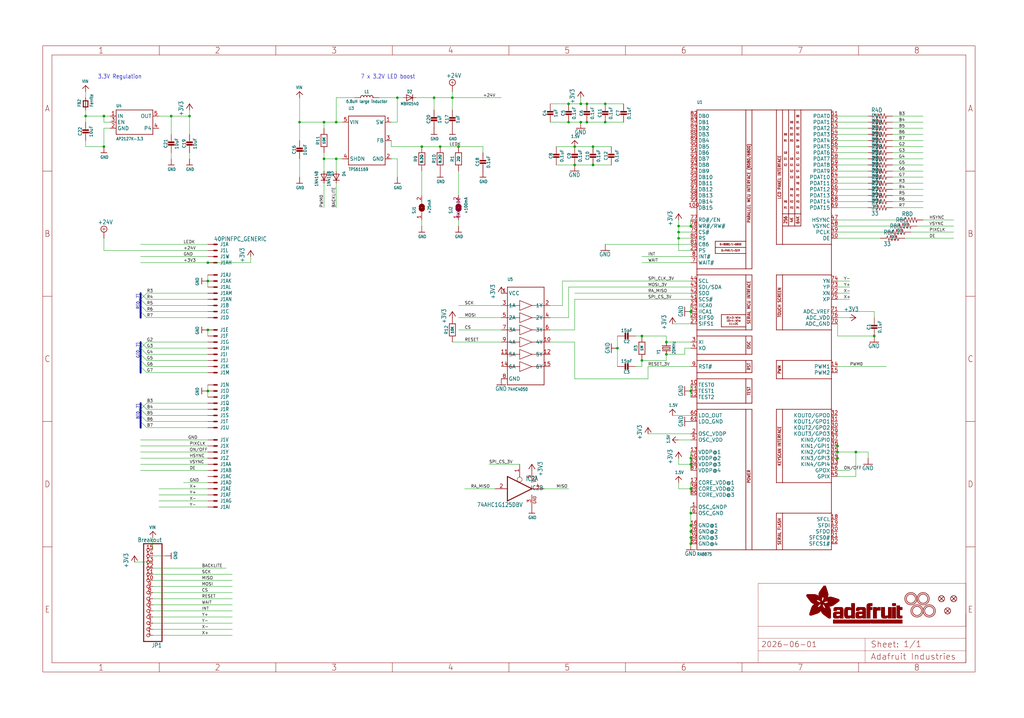
<source format=kicad_sch>
(kicad_sch (version 20250114) (generator "eeschema") (generator_version "9.0")
  (paper "User" 425.45 298.602)
  (lib_symbols
    (symbol "Adafruit RA8875 TFT Breakout-eagle-import:+24V" (power)
      (symbol "+24V_1_0"
        (pin power_in line (at 0 -2.54 90) (length 2.54) (name "+24V") (number "1"))
      )
    )
    (symbol "Adafruit RA8875 TFT Breakout-eagle-import:+3V3" (power)
      (symbol "+3V3_1_0"
        (pin power_in line (at 0 -2.54 90) (length 2.54) (name "+3V3") (number "1"))
      )
    )
    (symbol "Adafruit RA8875 TFT Breakout-eagle-import:1.5V" (power)
      (symbol "1.5V_1_0"
        (pin power_in line (at 0 -2.54 90) (length 2.54) (name "1.5V") (number "1"))
      )
    )
    (symbol "Adafruit RA8875 TFT Breakout-eagle-import:40PINFPC_GENERIC"
      (property "Reference" "J" (at 2.54 -0.762 0))
      (symbol "40PINFPC_GENERIC_1_0"
        (pin passive line (at -2.54 0 0) (length 2.54) (name "MSV") (number "1"))
      )
      (symbol "40PINFPC_GENERIC_2_0"
        (pin passive line (at -2.54 0 0) (length 2.54) (name "MS") (number "10"))
      )
      (symbol "40PINFPC_GENERIC_3_0"
        (pin passive line (at -2.54 0 0) (length 2.54) (name "MS") (number "11"))
      )
      (symbol "40PINFPC_GENERIC_4_0"
        (pin passive line (at -2.54 0 0) (length 2.54) (name "MS") (number "12"))
      )
      (symbol "40PINFPC_GENERIC_5_0"
        (pin passive line (at -2.54 0 0) (length 2.54) (name "MS") (number "13"))
      )
      (symbol "40PINFPC_GENERIC_6_0"
        (pin passive line (at -2.54 0 0) (length 2.54) (name "MS") (number "14"))
      )
      (symbol "40PINFPC_GENERIC_7_0"
        (pin passive line (at -2.54 0 0) (length 2.54) (name "MS") (number "15"))
      )
      (symbol "40PINFPC_GENERIC_8_0"
        (pin passive line (at -2.54 0 0) (length 2.54) (name "MS") (number "16"))
      )
      (symbol "40PINFPC_GENERIC_9_0"
        (pin passive line (at -2.54 0 0) (length 2.54) (name "MS") (number "17"))
      )
      (symbol "40PINFPC_GENERIC_10_0"
        (pin passive line (at -2.54 0 0) (length 2.54) (name "MS") (number "18"))
      )
      (symbol "40PINFPC_GENERIC_11_0"
        (pin passive line (at -2.54 0 0) (length 2.54) (name "MS") (number "19"))
      )
      (symbol "40PINFPC_GENERIC_12_0"
        (pin passive line (at -2.54 0 0) (length 2.54) (name "MS") (number "2"))
      )
      (symbol "40PINFPC_GENERIC_13_0"
        (pin passive line (at -2.54 0 0) (length 2.54) (name "MS") (number "20"))
      )
      (symbol "40PINFPC_GENERIC_14_0"
        (pin passive line (at -2.54 0 0) (length 2.54) (name "MS") (number "21"))
      )
      (symbol "40PINFPC_GENERIC_15_0"
        (pin passive line (at -2.54 0 0) (length 2.54) (name "MS") (number "22"))
      )
      (symbol "40PINFPC_GENERIC_16_0"
        (pin passive line (at -2.54 0 0) (length 2.54) (name "MS") (number "23"))
      )
      (symbol "40PINFPC_GENERIC_17_0"
        (pin passive line (at -2.54 0 0) (length 2.54) (name "MS") (number "24"))
      )
      (symbol "40PINFPC_GENERIC_18_0"
        (pin passive line (at -2.54 0 0) (length 2.54) (name "MS") (number "25"))
      )
      (symbol "40PINFPC_GENERIC_19_0"
        (pin passive line (at -2.54 0 0) (length 2.54) (name "MS") (number "26"))
      )
      (symbol "40PINFPC_GENERIC_20_0"
        (pin passive line (at -2.54 0 0) (length 2.54) (name "MS") (number "27"))
      )
      (symbol "40PINFPC_GENERIC_21_0"
        (pin passive line (at -2.54 0 0) (length 2.54) (name "MS") (number "28"))
      )
      (symbol "40PINFPC_GENERIC_22_0"
        (pin passive line (at -2.54 0 0) (length 2.54) (name "MS") (number "29"))
      )
      (symbol "40PINFPC_GENERIC_23_0"
        (pin passive line (at -2.54 0 0) (length 2.54) (name "MS") (number "3"))
      )
      (symbol "40PINFPC_GENERIC_24_0"
        (pin passive line (at -2.54 0 0) (length 2.54) (name "MS") (number "30"))
      )
      (symbol "40PINFPC_GENERIC_25_0"
        (pin passive line (at -2.54 0 0) (length 2.54) (name "MS") (number "31"))
      )
      (symbol "40PINFPC_GENERIC_26_0"
        (pin passive line (at -2.54 0 0) (length 2.54) (name "MS") (number "32"))
      )
      (symbol "40PINFPC_GENERIC_27_0"
        (pin passive line (at -2.54 0 0) (length 2.54) (name "MS") (number "33"))
      )
      (symbol "40PINFPC_GENERIC_28_0"
        (pin passive line (at -2.54 0 0) (length 2.54) (name "MS") (number "34"))
      )
      (symbol "40PINFPC_GENERIC_29_0"
        (pin passive line (at -2.54 0 0) (length 2.54) (name "MS") (number "35"))
      )
      (symbol "40PINFPC_GENERIC_30_0"
        (pin passive line (at -2.54 0 0) (length 2.54) (name "MS") (number "36"))
      )
      (symbol "40PINFPC_GENERIC_31_0"
        (pin passive line (at -2.54 0 0) (length 2.54) (name "MS") (number "37"))
      )
      (symbol "40PINFPC_GENERIC_32_0"
        (pin passive line (at -2.54 0 0) (length 2.54) (name "MS") (number "38"))
      )
      (symbol "40PINFPC_GENERIC_33_0"
        (pin passive line (at -2.54 0 0) (length 2.54) (name "MS") (number "39"))
      )
      (symbol "40PINFPC_GENERIC_34_0"
        (pin passive line (at -2.54 0 0) (length 2.54) (name "MS") (number "4"))
      )
      (symbol "40PINFPC_GENERIC_35_0"
        (pin passive line (at -2.54 0 0) (length 2.54) (name "MS") (number "40"))
      )
      (symbol "40PINFPC_GENERIC_36_0"
        (pin passive line (at -2.54 0 0) (length 2.54) (name "MS") (number "5"))
      )
      (symbol "40PINFPC_GENERIC_37_0"
        (pin passive line (at -2.54 0 0) (length 2.54) (name "MS") (number "6"))
      )
      (symbol "40PINFPC_GENERIC_38_0"
        (pin passive line (at -2.54 0 0) (length 2.54) (name "MS") (number "7"))
      )
      (symbol "40PINFPC_GENERIC_39_0"
        (pin passive line (at -2.54 0 0) (length 2.54) (name "MS") (number "8"))
      )
      (symbol "40PINFPC_GENERIC_40_0"
        (pin passive line (at -2.54 0 0) (length 2.54) (name "MS") (number "9"))
      )
    )
    (symbol "Adafruit RA8875 TFT Breakout-eagle-import:741G125DBV"
      (property "Reference" "IC" (at -0.635 -0.635 0))
      (symbol "741G125DBV_1_0"
        (pin input line (at -10.16 0 0) (length 5.08) (name "I") (number "2"))
        (pin input line (at 0 10.16 270) (length 5.08) (name "OE") (number "1"))
        (pin tri_state line (at 10.16 0 180) (length 5.08) (name "O") (number "4"))
      )
      (symbol "741G125DBV_2_0"
        (text "VCC" (at 1.905 2.54 900) (effects (font (size 1.27 1.0795)) (justify left bottom)))
        (text "GND" (at 1.905 -6.35 900) (effects (font (size 1.27 1.0795)) (justify left bottom)))
        (pin power_in line (at 0 7.62 270) (length 5.08) (name "VCC") (number "5"))
        (pin power_in line (at 0 -7.62 90) (length 5.08) (name "GND") (number "3"))
      )
    )
    (symbol "Adafruit RA8875 TFT Breakout-eagle-import:74HC4050DTSSOP"
      (property "Reference" "U" (at -7.62 22.86 0))
      (symbol "74HC4050DTSSOP_1_0"
        (pin bidirectional line (at -10.16 17.78 0) (length 2.54) (name "VCC") (number "1"))
        (pin bidirectional line (at -10.16 12.7 0) (length 2.54) (name "1A") (number "3"))
        (pin bidirectional line (at -10.16 7.62 0) (length 2.54) (name "2A") (number "5"))
        (pin bidirectional line (at -10.16 2.54 0) (length 2.54) (name "3A") (number "7"))
        (pin bidirectional line (at -10.16 -2.54 0) (length 2.54) (name "4A") (number "9"))
        (pin bidirectional line (at -10.16 -7.62 0) (length 2.54) (name "5A") (number "11"))
        (pin bidirectional line (at -10.16 -12.7 0) (length 2.54) (name "6A") (number "14"))
        (pin bidirectional line (at -10.16 -17.78 0) (length 2.54) (name "GND") (number "8"))
        (pin bidirectional line (at 10.16 12.7 180) (length 2.54) (name "1Y") (number "2"))
        (pin bidirectional line (at 10.16 7.62 180) (length 2.54) (name "2Y") (number "4"))
        (pin bidirectional line (at 10.16 2.54 180) (length 2.54) (name "3Y") (number "6"))
        (pin bidirectional line (at 10.16 -2.54 180) (length 2.54) (name "4Y") (number "10"))
        (pin bidirectional line (at 10.16 -7.62 180) (length 2.54) (name "5Y") (number "12"))
        (pin bidirectional line (at 10.16 -12.7 180) (length 2.54) (name "6Y") (number "15"))
      )
    )
    (symbol "Adafruit RA8875 TFT Breakout-eagle-import:CAP_CERAMIC0603_NO"
      (property "Reference" "C" (at -2.29 1.25 90))
      (symbol "CAP_CERAMIC0603_NO_1_0"
        (pin passive line (at 0 5.08 270) (length 2.54) (name "1") (number "1"))
        (pin passive line (at 0 -2.54 90) (length 2.54) (name "2") (number "2"))
      )
    )
    (symbol "Adafruit RA8875 TFT Breakout-eagle-import:CAP_CERAMIC0805-NOOUTLINE"
      (property "Reference" "C" (at -2.29 1.25 90))
      (symbol "CAP_CERAMIC0805-NOOUTLINE_1_0"
        (pin passive line (at 0 5.08 270) (length 2.54) (name "1") (number "1"))
        (pin passive line (at 0 -2.54 90) (length 2.54) (name "2") (number "2"))
      )
    )
    (symbol "Adafruit RA8875 TFT Breakout-eagle-import:CRYSTAL3.2X2.5"
      (property "Reference" "Y" (at -2.54 2.54 0))
      (symbol "CRYSTAL3.2X2.5_1_0"
        (pin passive line (at -2.54 0 0) (length 0) (name "1") (number "1"))
        (pin passive line (at 2.54 0 180) (length 0) (name "2") (number "2"))
      )
    )
    (symbol "Adafruit RA8875 TFT Breakout-eagle-import:DIODESOD-123"
      (property "Reference" "D" (at 0 2.54 0))
      (symbol "DIODESOD-123_1_0"
        (pin passive line (at -2.54 0 0) (length 2.54) (name "A") (number "A"))
        (pin passive line (at 2.54 0 180) (length 2.54) (name "C") (number "C"))
      )
    )
    (symbol "Adafruit RA8875 TFT Breakout-eagle-import:DIODE_SOD323MINI"
      (property "Reference" "D" (at 0 2.54 0))
      (symbol "DIODE_SOD323MINI_1_0"
        (pin passive line (at -2.54 0 0) (length 2.54) (name "A") (number "A"))
        (pin passive line (at 2.54 0 180) (length 2.54) (name "C") (number "C"))
      )
    )
    (symbol "Adafruit RA8875 TFT Breakout-eagle-import:FERRITE-0805NO"
      (property "Reference" "FB" (at -1.27 1.905 0))
      (symbol "FERRITE-0805NO_1_0"
        (pin passive line (at -2.54 0 0) (length 2.54) (name "P$1") (number "1"))
        (pin passive line (at 2.54 0 180) (length 2.54) (name "P$2") (number "2"))
      )
    )
    (symbol "Adafruit RA8875 TFT Breakout-eagle-import:FIDUCIAL_1MM")
    (symbol "Adafruit RA8875 TFT Breakout-eagle-import:FRAME_A3_ADAFRUIT"
      (symbol "FRAME_A3_ADAFRUIT_1_0"
        (text "A" (at 1.905 234.315 0) (effects (font (size 2.54 2.286))))
        (text "B" (at 1.905 182.245 0) (effects (font (size 2.54 2.286))))
        (text "C" (at 1.905 130.175 0) (effects (font (size 2.54 2.286))))
        (text "D" (at 1.905 78.105 0) (effects (font (size 2.54 2.286))))
        (text "E" (at 1.905 26.035 0) (effects (font (size 2.54 2.286))))
        (text "1" (at 24.2094 258.445 0) (effects (font (size 2.54 2.286))))
        (text "1" (at 24.2094 1.905 0) (effects (font (size 2.54 2.286))))
        (text "2" (at 72.6281 258.445 0) (effects (font (size 2.54 2.286))))
        (text "2" (at 72.6281 1.905 0) (effects (font (size 2.54 2.286))))
        (text "3" (at 121.0469 258.445 0) (effects (font (size 2.54 2.286))))
        (text "3" (at 121.0469 1.905 0) (effects (font (size 2.54 2.286))))
        (text "4" (at 169.4656 258.445 0) (effects (font (size 2.54 2.286))))
        (text "4" (at 169.4656 1.905 0) (effects (font (size 2.54 2.286))))
        (text "5" (at 217.8844 258.445 0) (effects (font (size 2.54 2.286))))
        (text "5" (at 217.8844 1.905 0) (effects (font (size 2.54 2.286))))
        (text "6" (at 266.3031 258.445 0) (effects (font (size 2.54 2.286))))
        (text "6" (at 266.3031 1.905 0) (effects (font (size 2.54 2.286))))
        (text "${PROJECTNAME}" (at 298.45 15.24 0) (effects (font (size 2.54 2.54)) (justify left bottom)))
        (text "${CURRENT_DATE}" (at 298.45 10.16 0) (effects (font (size 2.286 2.286)) (justify left bottom)))
        (text "7" (at 314.7219 258.445 0) (effects (font (size 2.54 2.286))))
        (text "7" (at 314.7219 1.905 0) (effects (font (size 2.54 2.286))))
        (text "Sheet:" (at 343.916 10.033 0) (effects (font (size 2.54 2.54)) (justify left bottom)))
        (text "Adafruit Industries" (at 343.916 4.953 0) (effects (font (size 2.54 2.54)) (justify left bottom)))
        (text "${#}/${##}" (at 357.505 10.16 0) (effects (font (size 2.54 2.54)) (justify left bottom)))
        (text "8" (at 363.1406 258.445 0) (effects (font (size 2.54 2.286))))
        (text "8" (at 363.1406 1.905 0) (effects (font (size 2.54 2.286))))
        (text "A" (at 385.445 234.315 0) (effects (font (size 2.54 2.286))))
        (text "B" (at 385.445 182.245 0) (effects (font (size 2.54 2.286))))
        (text "C" (at 385.445 130.175 0) (effects (font (size 2.54 2.286))))
        (text "D" (at 385.445 78.105 0) (effects (font (size 2.54 2.286))))
        (text "E" (at 385.445 26.035 0) (effects (font (size 2.54 2.286))))
      )
    )
    (symbol "Adafruit RA8875 TFT Breakout-eagle-import:GND" (power)
      (symbol "GND_1_0"
        (pin power_in line (at 0 2.54 270) (length 2.54) (name "GND") (number "1"))
      )
    )
    (symbol "Adafruit RA8875 TFT Breakout-eagle-import:INDUCTORNR5040"
      (property "Reference" "L" (at 0 2.54 0))
      (symbol "INDUCTORNR5040_1_0"
        (pin passive line (at -5.08 0 0) (length 2.54) (name "1") (number "P$1"))
        (pin passive line (at 5.08 0 180) (length 2.54) (name "2") (number "P$2"))
      )
    )
    (symbol "Adafruit RA8875 TFT Breakout-eagle-import:MOUNTINGHOLE2.5")
    (symbol "Adafruit RA8875 TFT Breakout-eagle-import:PINHD-1X15-CB"
      (property "Reference" "JP" (at -6.35 20.955 0))
      (symbol "PINHD-1X15-CB_1_0"
        (pin passive inverted (at -2.54 17.78 0) (length 2.54) (name "1") (number "1"))
        (pin passive inverted (at -2.54 15.24 0) (length 2.54) (name "2") (number "2"))
        (pin passive inverted (at -2.54 12.7 0) (length 2.54) (name "3") (number "3"))
        (pin passive inverted (at -2.54 10.16 0) (length 2.54) (name "4") (number "4"))
        (pin passive inverted (at -2.54 7.62 0) (length 2.54) (name "5") (number "5"))
        (pin passive inverted (at -2.54 5.08 0) (length 2.54) (name "6") (number "6"))
        (pin passive inverted (at -2.54 2.54 0) (length 2.54) (name "7") (number "7"))
        (pin passive inverted (at -2.54 0 0) (length 2.54) (name "8") (number "8"))
        (pin passive inverted (at -2.54 -2.54 0) (length 2.54) (name "9") (number "9"))
        (pin passive inverted (at -2.54 -5.08 0) (length 2.54) (name "10") (number "10"))
        (pin passive inverted (at -2.54 -7.62 0) (length 2.54) (name "11") (number "11"))
        (pin passive inverted (at -2.54 -10.16 0) (length 2.54) (name "12") (number "12"))
        (pin passive inverted (at -2.54 -12.7 0) (length 2.54) (name "13") (number "13"))
        (pin passive inverted (at -2.54 -15.24 0) (length 2.54) (name "14") (number "14"))
        (pin passive inverted (at -2.54 -17.78 0) (length 2.54) (name "15") (number "15"))
      )
    )
    (symbol "Adafruit RA8875 TFT Breakout-eagle-import:RA8875"
      (property "Reference" "U" (at -27.94 91.44 0))
      (symbol "RA8875_1_0"
        (text "0=8080/1=6800" (at -13.97 33.02 0) (effects (font (size 0.8128 0.6908))))
        (text "0=PAR/1=SER" (at -13.97 30.48 0) (effects (font (size 0.8128 0.6908))))
        (text "01=3-Wire\n10=4-Wire\n11=I2C" (at -12.7 1.27 0) (effects (font (size 0.8128 0.6908))))
        (text "PARALLEL MCU INTERFACE (8080/6800)" (at -6.35 58.42 900) (effects (font (size 1.27 1.0795) (thickness 0.2159) (bold yes))))
        (text "SERIAL MCU INTRFACE" (at -6.35 8.89 900) (effects (font (size 1.27 1.0795) (thickness 0.2159) (bold yes))))
        (text "OSC" (at -6.35 -8.89 900) (effects (font (size 1.27 1.0795) (thickness 0.2159) (bold yes))))
        (text "RST" (at -6.35 -17.78 900) (effects (font (size 1.27 1.0795) (thickness 0.2159) (bold yes))))
        (text "TEST" (at -6.35 -27.94 900) (effects (font (size 1.27 1.0795) (thickness 0.2159) (bold yes))))
        (text "POWER" (at -6.35 -63.5 900) (effects (font (size 1.27 1.0795) (thickness 0.2159) (bold yes))))
        (text "LCD PANEL INTERFACE" (at 6.35 60.96 900) (effects (font (size 1.27 1.0795) (thickness 0.2159) (bold yes))))
        (text "TOUCH SCREEN" (at 6.35 8.89 900) (effects (font (size 1.27 1.0795) (thickness 0.2159) (bold yes))))
        (text "PWM" (at 6.35 -19.05 900) (effects (font (size 1.27 1.0795) (thickness 0.2159) (bold yes))))
        (text "KEYSCAN INTERFACE" (at 6.35 -50.8 900) (effects (font (size 1.27 1.0795) (thickness 0.2159) (bold yes))))
        (text "SERIAL FLASH" (at 6.35 -86.36 900) (effects (font (size 1.27 1.0795) (thickness 0.2159) (bold yes))))
        (text "B0" (at 8.89 78.74 0) (effects (font (size 0.8128 0.6908))))
        (text "B1" (at 8.89 76.2 0) (effects (font (size 0.8128 0.6908))))
        (text "G0" (at 8.89 71.12 0) (effects (font (size 0.8128 0.6908))))
        (text "G1" (at 8.89 68.58 0) (effects (font (size 0.8128 0.6908))))
        (text "G2" (at 8.89 66.04 0) (effects (font (size 0.8128 0.6908))))
        (text "R0" (at 8.89 50.8 0) (effects (font (size 0.8128 0.6908))))
        (text "R1" (at 8.89 48.26 0) (effects (font (size 0.8128 0.6908))))
        (text "256" (at 8.89 43.18 900) (effects (font (size 1.27 1.0795) (thickness 0.2159) (bold yes))))
        (text "B0" (at 11.43 83.82 0) (effects (font (size 0.8128 0.6908))))
        (text "B1" (at 11.43 81.28 0) (effects (font (size 0.8128 0.6908))))
        (text "B2" (at 11.43 78.74 0) (effects (font (size 0.8128 0.6908))))
        (text "B3" (at 11.43 76.2 0) (effects (font (size 0.8128 0.6908))))
        (text "G0" (at 11.43 68.58 0) (effects (font (size 0.8128 0.6908))))
        (text "G1" (at 11.43 66.04 0) (effects (font (size 0.8128 0.6908))))
        (text "G2" (at 11.43 63.5 0) (effects (font (size 0.8128 0.6908))))
        (text "G3" (at 11.43 60.96 0) (effects (font (size 0.8128 0.6908))))
        (text "R0" (at 11.43 55.88 0) (effects (font (size 0.8128 0.6908))))
        (text "R1" (at 11.43 53.34 0) (effects (font (size 0.8128 0.6908))))
        (text "R2" (at 11.43 50.8 0) (effects (font (size 0.8128 0.6908))))
        (text "R3" (at 11.43 48.26 0) (effects (font (size 0.8128 0.6908))))
        (text "4K" (at 11.43 43.18 900) (effects (font (size 1.27 1.0795) (thickness 0.2159) (bold yes))))
        (text "B0" (at 13.97 86.36 0) (effects (font (size 0.8128 0.6908))))
        (text "B1" (at 13.97 83.82 0) (effects (font (size 0.8128 0.6908))))
        (text "B2" (at 13.97 81.28 0) (effects (font (size 0.8128 0.6908))))
        (text "B3" (at 13.97 78.74 0) (effects (font (size 0.8128 0.6908))))
        (text "B4" (at 13.97 76.2 0) (effects (font (size 0.8128 0.6908))))
        (text "G0" (at 13.97 73.66 0) (effects (font (size 0.8128 0.6908))))
        (text "G1" (at 13.97 71.12 0) (effects (font (size 0.8128 0.6908))))
        (text "G2" (at 13.97 68.58 0) (effects (font (size 0.8128 0.6908))))
        (text "G3" (at 13.97 66.04 0) (effects (font (size 0.8128 0.6908))))
        (text "G4" (at 13.97 63.5 0) (effects (font (size 0.8128 0.6908))))
        (text "G5" (at 13.97 60.96 0) (effects (font (size 0.8128 0.6908))))
        (text "R0" (at 13.97 58.42 0) (effects (font (size 0.8128 0.6908))))
        (text "R1" (at 13.97 55.88 0) (effects (font (size 0.8128 0.6908))))
        (text "R2" (at 13.97 53.34 0) (effects (font (size 0.8128 0.6908))))
        (text "R3" (at 13.97 50.8 0) (effects (font (size 0.8128 0.6908))))
        (text "R4" (at 13.97 48.26 0) (effects (font (size 0.8128 0.6908))))
        (text "64K" (at 13.97 43.18 900) (effects (font (size 1.27 1.0795) (thickness 0.2159) (bold yes))))
        (pin bidirectional line (at -30.48 86.36 0) (length 2.54) (name "DB0") (number "82"))
        (pin bidirectional line (at -30.48 83.82 0) (length 2.54) (name "DB1") (number "83"))
        (pin bidirectional line (at -30.48 81.28 0) (length 2.54) (name "DB2") (number "84"))
        (pin bidirectional line (at -30.48 78.74 0) (length 2.54) (name "DB3") (number "88"))
        (pin bidirectional line (at -30.48 76.2 0) (length 2.54) (name "DB4") (number "89"))
        (pin bidirectional line (at -30.48 73.66 0) (length 2.54) (name "DB5") (number "90"))
        (pin bidirectional line (at -30.48 71.12 0) (length 2.54) (name "DB6") (number "91"))
        (pin bidirectional line (at -30.48 68.58 0) (length 2.54) (name "DB7") (number "92"))
        (pin bidirectional line (at -30.48 66.04 0) (length 2.54) (name "DB8") (number "93"))
        (pin bidirectional line (at -30.48 63.5 0) (length 2.54) (name "DB9") (number "94"))
        (pin bidirectional line (at -30.48 60.96 0) (length 2.54) (name "DB10") (number "95"))
        (pin bidirectional line (at -30.48 58.42 0) (length 2.54) (name "DB11") (number "96"))
        (pin bidirectional line (at -30.48 55.88 0) (length 2.54) (name "DB12") (number "97"))
        (pin bidirectional line (at -30.48 53.34 0) (length 2.54) (name "DB13") (number "98"))
        (pin bidirectional line (at -30.48 50.8 0) (length 2.54) (name "DB14") (number "99"))
        (pin bidirectional line (at -30.48 48.26 0) (length 2.54) (name "DB15") (number "100"))
        (pin input line (at -30.48 43.18 0) (length 2.54) (name "RD#/EN") (number "77"))
        (pin input line (at -30.48 40.64 0) (length 2.54) (name "WR#/RW#") (number "78"))
        (pin input line (at -30.48 38.1 0) (length 2.54) (name "CS#") (number "79"))
        (pin input line (at -30.48 35.56 0) (length 2.54) (name "RS") (number "80"))
        (pin input line (at -30.48 33.02 0) (length 2.54) (name "C86") (number "81"))
        (pin input line (at -30.48 30.48 0) (length 2.54) (name "PS") (number "25"))
        (pin output line (at -30.48 27.94 0) (length 2.54) (name "INT#") (number "8"))
        (pin output line (at -30.48 25.4 0) (length 2.54) (name "WAIT#") (number "7"))
        (pin output line (at -30.48 17.78 0) (length 2.54) (name "SCL") (number "44"))
        (pin bidirectional line (at -30.48 15.24 0) (length 2.54) (name "SDI/SDA") (number "43"))
        (pin output line (at -30.48 12.7 0) (length 2.54) (name "SDO") (number "42"))
        (pin output line (at -30.48 10.16 0) (length 2.54) (name "SCS#") (number "41"))
        (pin input line (at -30.48 7.62 0) (length 2.54) (name "IICA0") (number "23"))
        (pin input line (at -30.48 5.08 0) (length 2.54) (name "IICA1") (number "24"))
        (pin input line (at -30.48 2.54 0) (length 2.54) (name "SIFS0") (number "28"))
        (pin input line (at -30.48 0 0) (length 2.54) (name "SIFS1") (number "27"))
        (pin input line (at -30.48 -7.62 0) (length 2.54) (name "XI") (number "3"))
        (pin output line (at -30.48 -10.16 0) (length 2.54) (name "XO") (number "4"))
        (pin input line (at -30.48 -17.78 0) (length 2.54) (name "RST#") (number "9"))
        (pin input line (at -30.48 -25.4 0) (length 2.54) (name "TEST0") (number "10"))
        (pin input line (at -30.48 -27.94 0) (length 2.54) (name "TEST1") (number "11"))
        (pin input line (at -30.48 -30.48 0) (length 2.54) (name "TEST2") (number "12"))
        (pin power_in line (at -30.48 -38.1 0) (length 2.54) (name "LDO_OUT") (number "60"))
        (pin power_in line (at -30.48 -40.64 0) (length 2.54) (name "LDO_GND") (number "61"))
        (pin power_in line (at -30.48 -45.72 0) (length 2.54) (name "OSC_VDDP") (number "2"))
        (pin power_in line (at -30.48 -48.26 0) (length 2.54) (name "OSC_VDD") (number "5"))
        (pin power_in line (at -30.48 -53.34 0) (length 2.54) (name "VDDP@1") (number "13"))
        (pin power_in line (at -30.48 -55.88 0) (length 2.54) (name "VDDP@2") (number "40"))
        (pin power_in line (at -30.48 -58.42 0) (length 2.54) (name "VDDP@3") (number "62"))
        (pin power_in line (at -30.48 -60.96 0) (length 2.54) (name "VDDP@4") (number "87"))
        (pin power_in line (at -30.48 -66.04 0) (length 2.54) (name "CORE_VDD@1") (number "17"))
        (pin power_in line (at -30.48 -68.58 0) (length 2.54) (name "CORE_VDD@2") (number "38"))
        (pin power_in line (at -30.48 -71.12 0) (length 2.54) (name "CORE_VDD@3") (number "86"))
        (pin power_in line (at -30.48 -76.2 0) (length 2.54) (name "OSC_GNDP") (number "1"))
        (pin power_in line (at -30.48 -78.74 0) (length 2.54) (name "OSC_GND") (number "6"))
        (pin power_in line (at -30.48 -83.82 0) (length 2.54) (name "GND@1") (number "16"))
        (pin power_in line (at -30.48 -86.36 0) (length 2.54) (name "GND@2") (number "26"))
        (pin power_in line (at -30.48 -88.9 0) (length 2.54) (name "GND@3") (number "39"))
        (pin power_in line (at -30.48 -91.44 0) (length 2.54) (name "GND@4") (number "85"))
        (pin output line (at 30.48 86.36 180) (length 2.54) (name "PDAT0") (number "51"))
        (pin output line (at 30.48 83.82 180) (length 2.54) (name "PDAT1") (number "52"))
        (pin output line (at 30.48 81.28 180) (length 2.54) (name "PDAT2") (number "53"))
        (pin output line (at 30.48 78.74 180) (length 2.54) (name "PDAT3") (number "54"))
        (pin output line (at 30.48 76.2 180) (length 2.54) (name "PDAT4") (number "55"))
        (pin output line (at 30.48 73.66 180) (length 2.54) (name "PDAT5") (number "56"))
        (pin output line (at 30.48 71.12 180) (length 2.54) (name "PDAT6") (number "57"))
        (pin output line (at 30.48 68.58 180) (length 2.54) (name "PDAT7") (number "58"))
        (pin output line (at 30.48 66.04 180) (length 2.54) (name "PDAT8") (number "59"))
        (pin output line (at 30.48 63.5 180) (length 2.54) (name "PDAT9") (number "63"))
        (pin output line (at 30.48 60.96 180) (length 2.54) (name "PDAT10") (number "64"))
        (pin output line (at 30.48 58.42 180) (length 2.54) (name "PDAT11") (number "65"))
        (pin output line (at 30.48 55.88 180) (length 2.54) (name "PDAT12") (number "66"))
        (pin output line (at 30.48 53.34 180) (length 2.54) (name "PDAT13") (number "67"))
        (pin output line (at 30.48 50.8 180) (length 2.54) (name "PDAT14") (number "68"))
        (pin output line (at 30.48 48.26 180) (length 2.54) (name "PDAT15") (number "69"))
        (pin output line (at 30.48 43.18 180) (length 2.54) (name "HSYNC") (number "47"))
        (pin output line (at 30.48 40.64 180) (length 2.54) (name "VSYNC") (number "48"))
        (pin output line (at 30.48 38.1 180) (length 2.54) (name "PCLK") (number "49"))
        (pin output line (at 30.48 35.56 180) (length 2.54) (name "DE") (number "50"))
        (pin bidirectional line (at 30.48 17.78 180) (length 2.54) (name "YN") (number "74"))
        (pin bidirectional line (at 30.48 15.24 180) (length 2.54) (name "YP") (number "73"))
        (pin bidirectional line (at 30.48 12.7 180) (length 2.54) (name "XN") (number "72"))
        (pin bidirectional line (at 30.48 10.16 180) (length 2.54) (name "XP") (number "75"))
        (pin input line (at 30.48 5.08 180) (length 2.54) (name "ADC_VREF") (number "71"))
        (pin power_in line (at 30.48 2.54 180) (length 2.54) (name "ADC_VDD") (number "76"))
        (pin power_in line (at 30.48 0 180) (length 2.54) (name "ADC_GND") (number "70"))
        (pin output line (at 30.48 -17.78 180) (length 2.54) (name "PWM1") (number "14"))
        (pin output line (at 30.48 -20.32 180) (length 2.54) (name "PWM2") (number "15"))
        (pin output line (at 30.48 -38.1 180) (length 2.54) (name "KOUT0/GPO0") (number "32"))
        (pin output line (at 30.48 -40.64 180) (length 2.54) (name "KOUT1/GPO1") (number "31"))
        (pin output line (at 30.48 -43.18 180) (length 2.54) (name "KOUT2/GPO2") (number "30"))
        (pin output line (at 30.48 -45.72 180) (length 2.54) (name "KOUT3/GPO3") (number "29"))
        (pin input line (at 30.48 -48.26 180) (length 2.54) (name "KIN0/GPI0") (number "37"))
        (pin input line (at 30.48 -50.8 180) (length 2.54) (name "KIN1/GPI1") (number "36"))
        (pin input line (at 30.48 -53.34 180) (length 2.54) (name "KIN2/GPI2") (number "35"))
        (pin input line (at 30.48 -55.88 180) (length 2.54) (name "KIN3/GPI3") (number "34"))
        (pin input line (at 30.48 -58.42 180) (length 2.54) (name "KIN4/GPI4") (number "33"))
        (pin output line (at 30.48 -60.96 180) (length 2.54) (name "GPOX") (number "46"))
        (pin input line (at 30.48 -63.5 180) (length 2.54) (name "GPIX") (number "45"))
        (pin output line (at 30.48 -81.28 180) (length 2.54) (name "SFCL") (number "18"))
        (pin bidirectional line (at 30.48 -83.82 180) (length 2.54) (name "SFDI") (number "19"))
        (pin bidirectional line (at 30.48 -86.36 180) (length 2.54) (name "SFDO") (number "20"))
        (pin output line (at 30.48 -88.9 180) (length 2.54) (name "SFCS0#") (number "21"))
        (pin output line (at 30.48 -91.44 180) (length 2.54) (name "SFCS1#") (number "22"))
      )
    )
    (symbol "Adafruit RA8875 TFT Breakout-eagle-import:RESISTOR0805_NOOUTLINE"
      (property "Reference" "R" (at 0 2.54 0))
      (symbol "RESISTOR0805_NOOUTLINE_1_0"
        (pin passive line (at -5.08 0 0) (length 2.54) (name "1") (number "1"))
        (pin passive line (at 5.08 0 180) (length 2.54) (name "2") (number "2"))
      )
    )
    (symbol "Adafruit RA8875 TFT Breakout-eagle-import:RESISTOR_0603_NOOUT"
      (property "Reference" "R" (at 0 2.54 0))
      (symbol "RESISTOR_0603_NOOUT_1_0"
        (pin passive line (at -5.08 0 0) (length 2.54) (name "1") (number "1"))
        (pin passive line (at 5.08 0 180) (length 2.54) (name "2") (number "2"))
      )
    )
    (symbol "Adafruit RA8875 TFT Breakout-eagle-import:RESISTOR_4PACK_US"
      (property "Reference" "R" (at -3.81 1.4986 0))
      (symbol "RESISTOR_4PACK_US_1_0"
        (pin passive line (at -5.08 0 0) (length 2.54) (name "1") (number "1"))
        (pin passive line (at 5.08 0 180) (length 2.54) (name "2") (number "8"))
      )
      (symbol "RESISTOR_4PACK_US_2_0"
        (pin passive line (at -5.08 0 0) (length 2.54) (name "1") (number "2"))
        (pin passive line (at 5.08 0 180) (length 2.54) (name "2") (number "7"))
      )
      (symbol "RESISTOR_4PACK_US_3_0"
        (pin passive line (at -5.08 0 0) (length 2.54) (name "1") (number "3"))
        (pin passive line (at 5.08 0 180) (length 2.54) (name "2") (number "6"))
      )
      (symbol "RESISTOR_4PACK_US_4_0"
        (pin passive line (at -5.08 0 0) (length 2.54) (name "1") (number "4"))
        (pin passive line (at 5.08 0 180) (length 2.54) (name "2") (number "5"))
      )
    )
    (symbol "Adafruit RA8875 TFT Breakout-eagle-import:SOLDERJUMPER"
      (property "Reference" "SJ" (at -2.54 2.54 0))
      (symbol "SOLDERJUMPER_1_0"
        (pin passive line (at -5.08 0 0) (length 2.54) (name "1") (number "1"))
        (pin passive line (at 5.08 0 180) (length 2.54) (name "2") (number "2"))
      )
    )
    (symbol "Adafruit RA8875 TFT Breakout-eagle-import:VIN" (power)
      (symbol "VIN_1_0"
        (pin power_in line (at 0 -2.54 90) (length 2.54) (name "VIN") (number "1"))
      )
    )
    (symbol "Adafruit RA8875 TFT Breakout-eagle-import:VREG_BOOST_5PIN_SC70"
      (property "Reference" "U" (at -7.62 12.7 0))
      (symbol "VREG_BOOST_5PIN_SC70_1_0"
        (pin bidirectional line (at -10.16 7.62 0) (length 2.54) (name "VIN") (number "5"))
        (pin bidirectional line (at -10.16 -7.62 0) (length 2.54) (name "SHDN") (number "4"))
        (pin bidirectional line (at 10.16 7.62 180) (length 2.54) (name "SW") (number "1"))
        (pin bidirectional line (at 10.16 0 180) (length 2.54) (name "FB") (number "3"))
        (pin bidirectional line (at 10.16 -7.62 180) (length 2.54) (name "GND") (number "2"))
      )
    )
    (symbol "Adafruit RA8875 TFT Breakout-eagle-import:VREG_SOT23-5"
      (property "Reference" "U" (at -7.62 6.096 0))
      (symbol "VREG_SOT23-5_1_0"
        (pin power_in line (at -10.16 2.54 0) (length 2.54) (name "IN") (number "1"))
        (pin input line (at -10.16 0 0) (length 2.54) (name "EN") (number "3"))
        (pin power_in line (at -10.16 -2.54 0) (length 2.54) (name "GND") (number "2"))
        (pin power_in line (at 10.16 2.54 180) (length 2.54) (name "OUT") (number "5"))
        (pin bidirectional line (at 10.16 -2.54 180) (length 2.54) (name "P4") (number "4"))
      )
    )
    (symbol "Adafruit RA8875 TFT Breakout-eagle-import:supply1_371_GND" (power)
      (symbol "supply1_371_GND_1_0"
        (pin power_in line (at 0 2.54 270) (length 2.54) (name "GND") (number "1"))
      )
    )
  )
  (text "3.3V Regulation" (at 40.64 33.02 0) (effects (font (size 1.778 1.5113)) (justify left bottom)))
  (text "7 x 3.2V LED boost" (at 149.86 33.02 0) (effects (font (size 1.778 1.5113)) (justify left bottom)))
  (junction (at 287.02 129.54))
  (junction (at 246.38 68.58))
  (junction (at 287.02 190.5))
  (junction (at 190.5 60.96))
  (junction (at 139.7 66.04))
  (junction (at 281.94 99.06))
  (junction (at 251.46 43.18))
  (junction (at 86.36 109.22))
  (junction (at 281.94 96.52))
  (junction (at 43.18 60.96))
  (junction (at 35.56 48.26))
  (junction (at 287.02 226.06))
  (junction (at 187.96 40.64))
  (junction (at 236.22 50.8))
  (junction (at 175.26 60.96))
  (junction (at 266.7 149.86))
  (junction (at 134.62 66.04))
  (junction (at 238.76 68.58))
  (junction (at 347.98 185.42))
  (junction (at 347.98 190.5))
  (junction (at 363.22 139.7))
  (junction (at 243.84 43.18))
  (junction (at 347.98 187.96))
  (junction (at 182.88 60.96))
  (junction (at 287.02 213.36))
  (junction (at 287.02 203.2))
  (junction (at 238.76 60.96))
  (junction (at 86.36 162.56))
  (junction (at 241.3 50.8))
  (junction (at 251.46 50.8))
  (junction (at 287.02 162.56))
  (junction (at 165.1 40.64))
  (junction (at 43.18 48.26))
  (junction (at 78.74 48.26))
  (junction (at 86.36 116.84))
  (junction (at 243.84 50.8))
  (junction (at 355.6 187.96))
  (junction (at 256.54 144.78))
  (junction (at 266.7 139.7))
  (junction (at 287.02 93.98))
  (junction (at 281.94 93.98))
  (junction (at 276.86 142.24))
  (junction (at 71.12 48.26))
  (junction (at 287.02 218.44))
  (junction (at 236.22 43.18))
  (junction (at 124.46 50.8))
  (junction (at 246.38 60.96))
  (junction (at 86.36 137.16))
  (junction (at 134.62 50.8))
  (junction (at 287.02 220.98))
  (junction (at 241.3 43.18))
  (junction (at 180.34 40.64))
  (junction (at 287.02 223.52))
  (junction (at 276.86 147.32))
  (junction (at 287.02 193.04))
  (junction (at 139.7 50.8))
  (bus_entry (at 60.96 144.78) (size -2.54 -2.54))
  (bus_entry (at 60.96 129.54) (size -2.54 -2.54))
  (bus_entry (at 60.96 121.92) (size -2.54 2.54))
  (bus_entry (at 60.96 124.46) (size -2.54 -2.54))
  (bus_entry (at 60.96 147.32) (size -2.54 -2.54))
  (bus_entry (at 60.96 175.26) (size -2.54 -2.54))
  (bus_entry (at 60.96 177.8) (size -2.54 -2.54))
  (bus_entry (at 60.96 149.86) (size -2.54 -2.54))
  (bus_entry (at 60.96 127) (size -2.54 -2.54))
  (bus_entry (at 60.96 172.72) (size -2.54 -2.54))
  (bus_entry (at 60.96 132.08) (size -2.54 -2.54))
  (bus_entry (at 60.96 154.94) (size -2.54 -2.54))
  (bus_entry (at 60.96 167.64) (size -2.54 2.54))
  (bus_entry (at 60.96 170.18) (size -2.54 -2.54))
  (bus_entry (at 60.96 142.24) (size -2.54 2.54))
  (bus_entry (at 60.96 152.4) (size -2.54 -2.54))
  (wire (pts (xy 353.06 124.46) (xy 347.98 124.46)) (stroke (width 0.1524)))
  (wire (pts (xy 203.2 193.04) (xy 215.9 193.04)) (stroke (width 0.1524)))
  (wire (pts (xy 86.36 195.58) (xy 58.42 195.58)) (stroke (width 0.1524)))
  (wire (pts (xy 287.02 160.02) (xy 287.02 162.56)) (stroke (width 0.1524)))
  (wire (pts (xy 71.12 55.88) (xy 71.12 48.26)) (stroke (width 0.1524)))
  (wire (pts (xy 86.36 205.74) (xy 66.04 205.74)) (stroke (width 0.1524)))
  (wire (pts (xy 60.96 177.8) (xy 86.36 177.8)) (stroke (width 0.1524)))
  (wire (pts (xy 360.68 63.5) (xy 347.98 63.5)) (stroke (width 0.1524)))
  (wire (pts (xy 63.5 223.52) (xy 63.5 228.6)) (stroke (width 0.1524)))
  (wire (pts (xy 396.24 91.44) (xy 383.54 91.44)) (stroke (width 0.1524)))
  (wire (pts (xy 347.98 187.96) (xy 355.6 187.96)) (stroke (width 0.1524)))
  (wire (pts (xy 236.22 119.38) (xy 287.02 119.38)) (stroke (width 0.1524)))
  (wire (pts (xy 347.98 182.88) (xy 347.98 185.42)) (stroke (width 0.1524)))
  (wire (pts (xy 383.54 83.82) (xy 370.84 83.82)) (stroke (width 0.1524)))
  (wire (pts (xy 236.22 43.18) (xy 241.3 43.18)) (stroke (width 0.1524)))
  (wire (pts (xy 139.7 66.04) (xy 134.62 66.04)) (stroke (width 0.1524)))
  (wire (pts (xy 63.5 243.84) (xy 96.52 243.84)) (stroke (width 0.1524)))
  (wire (pts (xy 63.5 248.92) (xy 96.52 248.92)) (stroke (width 0.1524)))
  (wire (pts (xy 63.5 241.3) (xy 96.52 241.3)) (stroke (width 0.1524)))
  (wire (pts (xy 279.4 172.72) (xy 287.02 172.72)) (stroke (width 0.1524)))
  (wire (pts (xy 353.06 119.38) (xy 347.98 119.38)) (stroke (width 0.1524)))
  (wire (pts (xy 360.68 55.88) (xy 347.98 55.88)) (stroke (width 0.1524)))
  (wire (pts (xy 383.54 50.8) (xy 370.84 50.8)) (stroke (width 0.1524)))
  (wire (pts (xy 208.28 127) (xy 190.5 127)) (stroke (width 0.1524)))
  (wire (pts (xy 281.94 104.14) (xy 287.02 104.14)) (stroke (width 0.1524)))
  (wire (pts (xy 347.98 185.42) (xy 347.98 187.96)) (stroke (width 0.1524)))
  (wire (pts (xy 347.98 187.96) (xy 347.98 190.5)) (stroke (width 0.1524)))
  (wire (pts (xy 360.68 71.12) (xy 347.98 71.12)) (stroke (width 0.1524)))
  (wire (pts (xy 157.48 40.64) (xy 165.1 40.64)) (stroke (width 0.1524)))
  (wire (pts (xy 124.46 66.04) (xy 124.46 73.66)) (stroke (width 0.1524)))
  (wire (pts (xy 63.5 246.38) (xy 96.52 246.38)) (stroke (width 0.1524)))
  (wire (pts (xy 256.54 144.78) (xy 256.54 152.4)) (stroke (width 0.1524)))
  (wire (pts (xy 287.02 93.98) (xy 281.94 93.98)) (stroke (width 0.1524)))
  (wire (pts (xy 287.02 213.36) (xy 287.02 218.44)) (stroke (width 0.1524)))
  (wire (pts (xy 251.46 50.8) (xy 259.08 50.8)) (stroke (width 0.1524)))
  (wire (pts (xy 238.76 142.24) (xy 238.76 157.48)) (stroke (width 0.1524)))
  (bus (pts (xy 58.42 152.4) (xy 58.42 154.94)) (stroke (width 0.762)))
  (wire (pts (xy 287.02 200.66) (xy 287.02 203.2)) (stroke (width 0.1524)))
  (bus (pts (xy 58.42 149.86) (xy 58.42 152.4)) (stroke (width 0.762)))
  (wire (pts (xy 287.02 129.54) (xy 287.02 132.08)) (stroke (width 0.1524)))
  (wire (pts (xy 287.02 218.44) (xy 287.02 220.98)) (stroke (width 0.1524)))
  (wire (pts (xy 190.5 132.08) (xy 208.28 132.08)) (stroke (width 0.1524)))
  (wire (pts (xy 281.94 93.98) (xy 281.94 91.44)) (stroke (width 0.1524)))
  (wire (pts (xy 35.56 45.72) (xy 35.56 48.26)) (stroke (width 0.1524)))
  (wire (pts (xy 347.98 134.62) (xy 347.98 139.7)) (stroke (width 0.1524)))
  (wire (pts (xy 86.36 139.7) (xy 86.36 137.16)) (stroke (width 0.1524)))
  (wire (pts (xy 134.62 76.2) (xy 134.62 86.36)) (stroke (width 0.1524)))
  (wire (pts (xy 238.76 68.58) (xy 231.14 68.58)) (stroke (width 0.1524)))
  (wire (pts (xy 60.96 127) (xy 86.36 127)) (stroke (width 0.1524)))
  (wire (pts (xy 175.26 93.98) (xy 175.26 91.44)) (stroke (width 0.1524)))
  (wire (pts (xy 35.56 48.26) (xy 35.56 50.8)) (stroke (width 0.1524)))
  (wire (pts (xy 139.7 71.12) (xy 139.7 66.04)) (stroke (width 0.1524)))
  (wire (pts (xy 228.6 142.24) (xy 238.76 142.24)) (stroke (width 0.1524)))
  (wire (pts (xy 43.18 50.8) (xy 43.18 48.26)) (stroke (width 0.1524)))
  (wire (pts (xy 60.96 172.72) (xy 86.36 172.72)) (stroke (width 0.1524)))
  (wire (pts (xy 383.54 48.26) (xy 370.84 48.26)) (stroke (width 0.1524)))
  (wire (pts (xy 35.56 60.96) (xy 43.18 60.96)) (stroke (width 0.1524)))
  (wire (pts (xy 134.62 50.8) (xy 124.46 50.8)) (stroke (width 0.1524)))
  (wire (pts (xy 347.98 93.98) (xy 370.84 93.98)) (stroke (width 0.1524)))
  (wire (pts (xy 281.94 182.88) (xy 287.02 182.88)) (stroke (width 0.1524)))
  (wire (pts (xy 281.94 200.66) (xy 281.94 203.2)) (stroke (width 0.1524)))
  (wire (pts (xy 231.14 60.96) (xy 238.76 60.96)) (stroke (width 0.1524)))
  (wire (pts (xy 172.72 40.64) (xy 180.34 40.64)) (stroke (width 0.1524)))
  (wire (pts (xy 228.6 132.08) (xy 236.22 132.08)) (stroke (width 0.1524)))
  (wire (pts (xy 187.96 142.24) (xy 208.28 142.24)) (stroke (width 0.1524)))
  (wire (pts (xy 241.3 40.64) (xy 241.3 43.18)) (stroke (width 0.1524)))
  (wire (pts (xy 60.96 175.26) (xy 86.36 175.26)) (stroke (width 0.1524)))
  (wire (pts (xy 360.68 66.04) (xy 347.98 66.04)) (stroke (width 0.1524)))
  (wire (pts (xy 287.02 223.52) (xy 287.02 226.06)) (stroke (width 0.1524)))
  (wire (pts (xy 86.36 187.96) (xy 58.42 187.96)) (stroke (width 0.1524)))
  (wire (pts (xy 71.12 48.26) (xy 78.74 48.26)) (stroke (width 0.1524)))
  (wire (pts (xy 86.36 114.3) (xy 86.36 116.84)) (stroke (width 0.1524)))
  (wire (pts (xy 360.68 187.96) (xy 360.68 190.5)) (stroke (width 0.1524)))
  (wire (pts (xy 43.18 99.06) (xy 43.18 104.14)) (stroke (width 0.1524)))
  (wire (pts (xy 86.36 203.2) (xy 66.04 203.2)) (stroke (width 0.1524)))
  (wire (pts (xy 175.26 60.96) (xy 182.88 60.96)) (stroke (width 0.1524)))
  (wire (pts (xy 246.38 68.58) (xy 254 68.58)) (stroke (width 0.1524)))
  (wire (pts (xy 355.6 198.12) (xy 355.6 187.96)) (stroke (width 0.1524)))
  (wire (pts (xy 360.68 86.36) (xy 347.98 86.36)) (stroke (width 0.1524)))
  (wire (pts (xy 86.36 116.84) (xy 86.36 119.38)) (stroke (width 0.1524)))
  (wire (pts (xy 45.72 50.8) (xy 43.18 50.8)) (stroke (width 0.1524)))
  (wire (pts (xy 226.06 203.2) (xy 236.22 203.2)) (stroke (width 0.1524)))
  (wire (pts (xy 165.1 40.64) (xy 165.1 50.8)) (stroke (width 0.1524)))
  (wire (pts (xy 243.84 50.8) (xy 251.46 50.8)) (stroke (width 0.1524)))
  (wire (pts (xy 165.1 50.8) (xy 162.56 50.8)) (stroke (width 0.1524)))
  (wire (pts (xy 60.96 132.08) (xy 86.36 132.08)) (stroke (width 0.1524)))
  (wire (pts (xy 347.98 99.06) (xy 365.76 99.06)) (stroke (width 0.1524)))
  (wire (pts (xy 187.96 45.72) (xy 187.96 40.64)) (stroke (width 0.1524)))
  (bus (pts (xy 58.42 172.72) (xy 58.42 175.26)) (stroke (width 0.762)))
  (wire (pts (xy 266.7 149.86) (xy 276.86 149.86)) (stroke (width 0.1524)))
  (wire (pts (xy 276.86 147.32) (xy 284.48 147.32)) (stroke (width 0.1524)))
  (wire (pts (xy 360.68 76.2) (xy 347.98 76.2)) (stroke (width 0.1524)))
  (wire (pts (xy 281.94 99.06) (xy 281.94 96.52)) (stroke (width 0.1524)))
  (wire (pts (xy 383.54 68.58) (xy 370.84 68.58)) (stroke (width 0.1524)))
  (wire (pts (xy 363.22 129.54) (xy 363.22 132.08)) (stroke (width 0.1524)))
  (wire (pts (xy 383.54 76.2) (xy 370.84 76.2)) (stroke (width 0.1524)))
  (wire (pts (xy 238.76 124.46) (xy 287.02 124.46)) (stroke (width 0.1524)))
  (wire (pts (xy 246.38 68.58) (xy 238.76 68.58)) (stroke (width 0.1524)))
  (wire (pts (xy 60.96 121.92) (xy 86.36 121.92)) (stroke (width 0.1524)))
  (wire (pts (xy 134.62 66.04) (xy 134.62 63.5)) (stroke (width 0.1524)))
  (wire (pts (xy 383.54 63.5) (xy 370.84 63.5)) (stroke (width 0.1524)))
  (wire (pts (xy 139.7 50.8) (xy 134.62 50.8)) (stroke (width 0.1524)))
  (wire (pts (xy 139.7 76.2) (xy 139.7 86.36)) (stroke (width 0.1524)))
  (wire (pts (xy 228.6 50.8) (xy 236.22 50.8)) (stroke (width 0.1524)))
  (wire (pts (xy 287.02 220.98) (xy 287.02 223.52)) (stroke (width 0.1524)))
  (wire (pts (xy 238.76 157.48) (xy 269.24 157.48)) (stroke (width 0.1524)))
  (bus (pts (xy 58.42 167.64) (xy 58.42 170.18)) (stroke (width 0.762)))
  (wire (pts (xy 63.5 236.22) (xy 93.98 236.22)) (stroke (width 0.1524)))
  (wire (pts (xy 68.58 231.14) (xy 63.5 231.14)) (stroke (width 0.1524)))
  (wire (pts (xy 383.54 78.74) (xy 370.84 78.74)) (stroke (width 0.1524)))
  (wire (pts (xy 241.3 50.8) (xy 243.84 50.8)) (stroke (width 0.1524)))
  (wire (pts (xy 43.18 48.26) (xy 35.56 48.26)) (stroke (width 0.1524)))
  (wire (pts (xy 284.48 147.32) (xy 284.48 144.78)) (stroke (width 0.1524)))
  (wire (pts (xy 63.5 264.16) (xy 96.52 264.16)) (stroke (width 0.1524)))
  (wire (pts (xy 236.22 132.08) (xy 236.22 119.38)) (stroke (width 0.1524)))
  (wire (pts (xy 360.68 78.74) (xy 347.98 78.74)) (stroke (width 0.1524)))
  (wire (pts (xy 86.36 193.04) (xy 58.42 193.04)) (stroke (width 0.1524)))
  (bus (pts (xy 58.42 175.26) (xy 58.42 177.8)) (stroke (width 0.762)))
  (wire (pts (xy 60.96 149.86) (xy 86.36 149.86)) (stroke (width 0.1524)))
  (wire (pts (xy 287.02 106.68) (xy 266.7 106.68)) (stroke (width 0.1524)))
  (wire (pts (xy 180.34 45.72) (xy 180.34 40.64)) (stroke (width 0.1524)))
  (wire (pts (xy 266.7 109.22) (xy 287.02 109.22)) (stroke (width 0.1524)))
  (wire (pts (xy 287.02 162.56) (xy 287.02 165.1)) (stroke (width 0.1524)))
  (wire (pts (xy 383.54 66.04) (xy 370.84 66.04)) (stroke (width 0.1524)))
  (wire (pts (xy 78.74 48.26) (xy 78.74 55.88)) (stroke (width 0.1524)))
  (wire (pts (xy 264.16 139.7) (xy 266.7 139.7)) (stroke (width 0.1524)))
  (wire (pts (xy 66.04 48.26) (xy 71.12 48.26)) (stroke (width 0.1524)))
  (wire (pts (xy 246.38 60.96) (xy 254 60.96)) (stroke (width 0.1524)))
  (wire (pts (xy 175.26 81.28) (xy 175.26 71.12)) (stroke (width 0.1524)))
  (wire (pts (xy 86.36 104.14) (xy 43.18 104.14)) (stroke (width 0.1524)))
  (wire (pts (xy 165.1 66.04) (xy 165.1 73.66)) (stroke (width 0.1524)))
  (wire (pts (xy 284.48 144.78) (xy 287.02 144.78)) (stroke (width 0.1524)))
  (wire (pts (xy 60.96 142.24) (xy 86.36 142.24)) (stroke (width 0.1524)))
  (wire (pts (xy 63.5 256.54) (xy 96.52 256.54)) (stroke (width 0.1524)))
  (wire (pts (xy 287.02 187.96) (xy 287.02 190.5)) (stroke (width 0.1524)))
  (wire (pts (xy 287.02 91.44) (xy 287.02 93.98)) (stroke (width 0.1524)))
  (wire (pts (xy 383.54 81.28) (xy 370.84 81.28)) (stroke (width 0.1524)))
  (wire (pts (xy 276.86 139.7) (xy 276.86 142.24)) (stroke (width 0.1524)))
  (wire (pts (xy 142.24 50.8) (xy 139.7 50.8)) (stroke (width 0.1524)))
  (wire (pts (xy 251.46 43.18) (xy 259.08 43.18)) (stroke (width 0.1524)))
  (wire (pts (xy 86.36 106.68) (xy 58.42 106.68)) (stroke (width 0.1524)))
  (wire (pts (xy 353.06 116.84) (xy 347.98 116.84)) (stroke (width 0.1524)))
  (wire (pts (xy 134.62 71.12) (xy 134.62 66.04)) (stroke (width 0.1524)))
  (wire (pts (xy 58.42 109.22) (xy 86.36 109.22)) (stroke (width 0.1524)))
  (wire (pts (xy 60.96 147.32) (xy 86.36 147.32)) (stroke (width 0.1524)))
  (wire (pts (xy 78.74 48.26) (xy 78.74 45.72)) (stroke (width 0.1524)))
  (wire (pts (xy 124.46 50.8) (xy 124.46 58.42)) (stroke (width 0.1524)))
  (wire (pts (xy 347.98 129.54) (xy 363.22 129.54)) (stroke (width 0.1524)))
  (wire (pts (xy 281.94 190.5) (xy 281.94 193.04)) (stroke (width 0.1524)))
  (wire (pts (xy 236.22 50.8) (xy 241.3 50.8)) (stroke (width 0.1524)))
  (wire (pts (xy 63.5 259.08) (xy 96.52 259.08)) (stroke (width 0.1524)))
  (wire (pts (xy 35.56 38.1) (xy 35.56 40.64)) (stroke (width 0.1524)))
  (wire (pts (xy 256.54 139.7) (xy 256.54 144.78)) (stroke (width 0.1524)))
  (wire (pts (xy 162.56 60.96) (xy 175.26 60.96)) (stroke (width 0.1524)))
  (wire (pts (xy 383.54 71.12) (xy 370.84 71.12)) (stroke (width 0.1524)))
  (bus (pts (xy 58.42 142.24) (xy 58.42 144.78)) (stroke (width 0.762)))
  (wire (pts (xy 360.68 48.26) (xy 347.98 48.26)) (stroke (width 0.1524)))
  (wire (pts (xy 269.24 157.48) (xy 269.24 152.4)) (stroke (width 0.1524)))
  (wire (pts (xy 383.54 53.34) (xy 370.84 53.34)) (stroke (width 0.1524)))
  (wire (pts (xy 238.76 137.16) (xy 238.76 124.46)) (stroke (width 0.1524)))
  (wire (pts (xy 86.36 210.82) (xy 66.04 210.82)) (stroke (width 0.1524)))
  (wire (pts (xy 86.36 162.56) (xy 86.36 160.02)) (stroke (width 0.1524)))
  (wire (pts (xy 360.68 60.96) (xy 347.98 60.96)) (stroke (width 0.1524)))
  (bus (pts (xy 58.42 170.18) (xy 58.42 172.72)) (stroke (width 0.762)))
  (wire (pts (xy 193.04 203.2) (xy 205.74 203.2)) (stroke (width 0.1524)))
  (wire (pts (xy 383.54 60.96) (xy 370.84 60.96)) (stroke (width 0.1524)))
  (wire (pts (xy 187.96 38.1) (xy 187.96 40.64)) (stroke (width 0.1524)))
  (wire (pts (xy 60.96 154.94) (xy 86.36 154.94)) (stroke (width 0.1524)))
  (wire (pts (xy 86.36 200.66) (xy 76.2 200.66)) (stroke (width 0.1524)))
  (wire (pts (xy 360.68 73.66) (xy 347.98 73.66)) (stroke (width 0.1524)))
  (wire (pts (xy 63.5 238.76) (xy 96.52 238.76)) (stroke (width 0.1524)))
  (wire (pts (xy 134.62 53.34) (xy 134.62 50.8)) (stroke (width 0.1524)))
  (wire (pts (xy 180.34 40.64) (xy 187.96 40.64)) (stroke (width 0.1524)))
  (wire (pts (xy 355.6 187.96) (xy 360.68 187.96)) (stroke (width 0.1524)))
  (wire (pts (xy 187.96 40.64) (xy 208.28 40.64)) (stroke (width 0.1524)))
  (wire (pts (xy 63.5 251.46) (xy 96.52 251.46)) (stroke (width 0.1524)))
  (wire (pts (xy 347.98 91.44) (xy 373.38 91.44)) (stroke (width 0.1524)))
  (wire (pts (xy 43.18 53.34) (xy 43.18 60.96)) (stroke (width 0.1524)))
  (wire (pts (xy 86.36 101.6) (xy 58.42 101.6)) (stroke (width 0.1524)))
  (wire (pts (xy 287.02 152.4) (xy 269.24 152.4)) (stroke (width 0.1524)))
  (wire (pts (xy 378.46 96.52) (xy 396.24 96.52)) (stroke (width 0.1524)))
  (wire (pts (xy 60.96 170.18) (xy 86.36 170.18)) (stroke (width 0.1524)))
  (wire (pts (xy 86.36 185.42) (xy 58.42 185.42)) (stroke (width 0.1524)))
  (wire (pts (xy 228.6 127) (xy 233.68 127)) (stroke (width 0.1524)))
  (wire (pts (xy 241.3 43.18) (xy 243.84 43.18)) (stroke (width 0.1524)))
  (wire (pts (xy 360.68 53.34) (xy 347.98 53.34)) (stroke (width 0.1524)))
  (wire (pts (xy 287.02 203.2) (xy 287.02 205.74)) (stroke (width 0.1524)))
  (wire (pts (xy 182.88 60.96) (xy 190.5 60.96)) (stroke (width 0.1524)))
  (wire (pts (xy 360.68 68.58) (xy 347.98 68.58)) (stroke (width 0.1524)))
  (wire (pts (xy 60.96 124.46) (xy 86.36 124.46)) (stroke (width 0.1524)))
  (wire (pts (xy 287.02 96.52) (xy 281.94 96.52)) (stroke (width 0.1524)))
  (wire (pts (xy 71.12 63.5) (xy 71.12 66.04)) (stroke (width 0.1524)))
  (wire (pts (xy 287.02 134.62) (xy 279.4 134.62)) (stroke (width 0.1524)))
  (wire (pts (xy 287.02 127) (xy 287.02 129.54)) (stroke (width 0.1524)))
  (wire (pts (xy 360.68 83.82) (xy 347.98 83.82)) (stroke (width 0.1524)))
  (wire (pts (xy 60.96 129.54) (xy 86.36 129.54)) (stroke (width 0.1524)))
  (wire (pts (xy 190.5 91.44) (xy 190.5 93.98)) (stroke (width 0.1524)))
  (wire (pts (xy 266.7 149.86) (xy 266.7 152.4)) (stroke (width 0.1524)))
  (wire (pts (xy 360.68 58.42) (xy 347.98 58.42)) (stroke (width 0.1524)))
  (wire (pts (xy 281.94 104.14) (xy 281.94 99.06)) (stroke (width 0.1524)))
  (wire (pts (xy 287.02 99.06) (xy 281.94 99.06)) (stroke (width 0.1524)))
  (wire (pts (xy 228.6 137.16) (xy 238.76 137.16)) (stroke (width 0.1524)))
  (wire (pts (xy 347.98 152.4) (xy 368.3 152.4)) (stroke (width 0.1524)))
  (wire (pts (xy 347.98 96.52) (xy 368.3 96.52)) (stroke (width 0.1524)))
  (wire (pts (xy 190.5 60.96) (xy 200.66 60.96)) (stroke (width 0.1524)))
  (wire (pts (xy 281.94 96.52) (xy 281.94 93.98)) (stroke (width 0.1524)))
  (wire (pts (xy 276.86 149.86) (xy 276.86 147.32)) (stroke (width 0.1524)))
  (wire (pts (xy 86.36 182.88) (xy 58.42 182.88)) (stroke (width 0.1524)))
  (wire (pts (xy 63.5 254) (xy 96.52 254)) (stroke (width 0.1524)))
  (wire (pts (xy 287.02 193.04) (xy 287.02 195.58)) (stroke (width 0.1524)))
  (wire (pts (xy 266.7 152.4) (xy 264.16 152.4)) (stroke (width 0.1524)))
  (wire (pts (xy 86.36 109.22) (xy 104.14 109.22)) (stroke (width 0.1524)))
  (wire (pts (xy 190.5 137.16) (xy 208.28 137.16)) (stroke (width 0.1524)))
  (wire (pts (xy 353.06 121.92) (xy 347.98 121.92)) (stroke (width 0.1524)))
  (wire (pts (xy 55.88 233.68) (xy 63.5 233.68)) (stroke (width 0.1524)))
  (wire (pts (xy 287.02 210.82) (xy 287.02 213.36)) (stroke (width 0.1524)))
  (wire (pts (xy 266.7 139.7) (xy 276.86 139.7)) (stroke (width 0.1524)))
  (wire (pts (xy 251.46 101.6) (xy 287.02 101.6)) (stroke (width 0.1524)))
  (wire (pts (xy 360.68 50.8) (xy 347.98 50.8)) (stroke (width 0.1524)))
  (wire (pts (xy 347.98 195.58) (xy 353.06 195.58)) (stroke (width 0.1524)))
  (wire (pts (xy 269.24 180.34) (xy 287.02 180.34)) (stroke (width 0.1524)))
  (wire (pts (xy 233.68 127) (xy 233.68 116.84)) (stroke (width 0.1524)))
  (wire (pts (xy 228.6 43.18) (xy 236.22 43.18)) (stroke (width 0.1524)))
  (wire (pts (xy 347.98 198.12) (xy 355.6 198.12)) (stroke (width 0.1524)))
  (wire (pts (xy 35.56 58.42) (xy 35.56 60.96)) (stroke (width 0.1524)))
  (wire (pts (xy 383.54 58.42) (xy 370.84 58.42)) (stroke (width 0.1524)))
  (bus (pts (xy 58.42 124.46) (xy 58.42 127)) (stroke (width 0.762)))
  (wire (pts (xy 287.02 190.5) (xy 287.02 193.04)) (stroke (width 0.1524)))
  (wire (pts (xy 45.72 48.26) (xy 43.18 48.26)) (stroke (width 0.1524)))
  (wire (pts (xy 383.54 86.36) (xy 370.84 86.36)) (stroke (width 0.1524)))
  (wire (pts (xy 60.96 152.4) (xy 86.36 152.4)) (stroke (width 0.1524)))
  (wire (pts (xy 243.84 43.18) (xy 251.46 43.18)) (stroke (width 0.1524)))
  (wire (pts (xy 360.68 81.28) (xy 347.98 81.28)) (stroke (width 0.1524)))
  (wire (pts (xy 45.72 53.34) (xy 43.18 53.34)) (stroke (width 0.1524)))
  (bus (pts (xy 58.42 127) (xy 58.42 129.54)) (stroke (width 0.762)))
  (wire (pts (xy 347.98 139.7) (xy 363.22 139.7)) (stroke (width 0.1524)))
  (wire (pts (xy 142.24 66.04) (xy 139.7 66.04)) (stroke (width 0.1524)))
  (wire (pts (xy 190.5 71.12) (xy 190.5 81.28)) (stroke (width 0.1524)))
  (wire (pts (xy 162.56 58.42) (xy 162.56 60.96)) (stroke (width 0.1524)))
  (wire (pts (xy 78.74 63.5) (xy 78.74 66.04)) (stroke (width 0.1524)))
  (wire (pts (xy 165.1 40.64) (xy 167.64 40.64)) (stroke (width 0.1524)))
  (wire (pts (xy 86.36 165.1) (xy 86.36 162.56)) (stroke (width 0.1524)))
  (wire (pts (xy 86.36 208.28) (xy 66.04 208.28)) (stroke (width 0.1524)))
  (wire (pts (xy 233.68 116.84) (xy 287.02 116.84)) (stroke (width 0.1524)))
  (wire (pts (xy 200.66 60.96) (xy 200.66 63.5)) (stroke (width 0.1524)))
  (wire (pts (xy 238.76 60.96) (xy 246.38 60.96)) (stroke (width 0.1524)))
  (wire (pts (xy 139.7 50.8) (xy 139.7 40.64)) (stroke (width 0.1524)))
  (wire (pts (xy 396.24 99.06) (xy 375.92 99.06)) (stroke (width 0.1524)))
  (wire (pts (xy 396.24 93.98) (xy 381 93.98)) (stroke (width 0.1524)))
  (wire (pts (xy 139.7 40.64) (xy 147.32 40.64)) (stroke (width 0.1524)))
  (wire (pts (xy 383.54 55.88) (xy 370.84 55.88)) (stroke (width 0.1524)))
  (wire (pts (xy 60.96 167.64) (xy 86.36 167.64)) (stroke (width 0.1524)))
  (wire (pts (xy 383.54 73.66) (xy 370.84 73.66)) (stroke (width 0.1524)))
  (bus (pts (xy 58.42 121.92) (xy 58.42 124.46)) (stroke (width 0.762)))
  (wire (pts (xy 276.86 142.24) (xy 287.02 142.24)) (stroke (width 0.1524)))
  (wire (pts (xy 347.98 190.5) (xy 347.98 193.04)) (stroke (width 0.1524)))
  (wire (pts (xy 104.14 109.22) (xy 104.14 106.68)) (stroke (width 0.1524)))
  (bus (pts (xy 58.42 129.54) (xy 58.42 132.08)) (stroke (width 0.762)))
  (bus (pts (xy 58.42 144.78) (xy 58.42 147.32)) (stroke (width 0.762)))
  (wire (pts (xy 162.56 66.04) (xy 165.1 66.04)) (stroke (width 0.1524)))
  (bus (pts (xy 58.42 147.32) (xy 58.42 149.86)) (stroke (width 0.762)))
  (wire (pts (xy 124.46 50.8) (xy 124.46 40.64)) (stroke (width 0.1524)))
  (wire (pts (xy 86.36 190.5) (xy 58.42 190.5)) (stroke (width 0.1524)))
  (wire (pts (xy 281.94 193.04) (xy 287.02 193.04)) (stroke (width 0.1524)))
  (wire (pts (xy 60.96 144.78) (xy 86.36 144.78)) (stroke (width 0.1524)))
  (wire (pts (xy 353.06 132.08) (xy 347.98 132.08)) (stroke (width 0.1524)))
  (wire (pts (xy 63.5 261.62) (xy 96.52 261.62)) (stroke (width 0.1524)))
  (wire (pts (xy 238.76 121.92) (xy 287.02 121.92)) (stroke (width 0.1524)))
  (wire (pts (xy 281.94 203.2) (xy 287.02 203.2)) (stroke (width 0.1524)))
  (label "GND" (at 76.2 106.68 0) (effects (font (size 1.2446 1.2446))))
  (label "MISO" (at 231.14 203.2 0) (effects (font (size 1.2446 1.2446))))
  (label "INT" (at 269.24 106.68 0) (effects (font (size 1.2446 1.2446))))
  (label "R3" (at 60.96 121.92 0) (effects (font (size 1.2446 1.2446))))
  (label "X-" (at 78.74 208.28 0) (effects (font (size 1.2446 1.2446))))
  (label "MOSI_3V" (at 269.24 119.38 0) (effects (font (size 1.2446 1.2446))))
  (label "G2" (at 60.96 142.24 0) (effects (font (size 1.2446 1.2446))))
  (label "X+" (at 350.52 124.46 0) (effects (font (size 1.2446 1.2446))))
  (label "B6" (at 60.96 175.26 0) (effects (font (size 1.2446 1.2446))))
  (label "R6" (at 373.38 83.82 0) (effects (font (size 1.2446 1.2446))))
  (label "B7" (at 60.96 177.8 0) (effects (font (size 1.2446 1.2446))))
  (label "G3" (at 373.38 63.5 0) (effects (font (size 1.2446 1.2446))))
  (label "SCK" (at 193.04 127 0) (effects (font (size 1.2446 1.2446))))
  (label "Y-" (at 83.82 259.08 0) (effects (font (size 1.2446 1.2446))))
  (label "GND" (at 78.105 182.88 0) (effects (font (size 1.2446 1.2446))))
  (label "R7" (at 60.96 132.08 0) (effects (font (size 1.2446 1.2446))))
  (label "B4" (at 373.38 50.8 0) (effects (font (size 1.2446 1.2446))))
  (label "B3" (at 60.96 167.64 0) (effects (font (size 1.2446 1.2446))))
  (label "R3" (at 373.38 76.2 0) (effects (font (size 1.2446 1.2446))))
  (label "PWM0" (at 353.06 152.4 0) (effects (font (size 1.2446 1.2446))))
  (label "CS" (at 193.04 137.16 0) (effects (font (size 1.2446 1.2446))))
  (label "RESET" (at 83.82 248.92 0) (effects (font (size 1.2446 1.2446))))
  (label "+24V" (at 200.66 40.64 0) (effects (font (size 1.2446 1.2446))))
  (label "G2" (at 373.38 60.96 0) (effects (font (size 1.2446 1.2446))))
  (label "RESET_3V" (at 269.24 152.4 0) (effects (font (size 1.2446 1.2446))))
  (label "ON/OFF" (at 78.74 187.96 0) (effects (font (size 1.2446 1.2446))))
  (label "SPI_CS_3V" (at 269.24 124.46 0) (effects (font (size 1.2446 1.2446))))
  (label "Y+" (at 350.52 119.38 0) (effects (font (size 1.2446 1.2446))))
  (label "WAIT" (at 83.82 251.46 0) (effects (font (size 1.2446 1.2446))))
  (label "INT" (at 83.82 254 0) (effects (font (size 1.2446 1.2446))))
  (label "RA_MISO" (at 195.58 203.2 0) (effects (font (size 1.2446 1.2446))))
  (label "MISO" (at 83.82 241.3 0) (effects (font (size 1.2446 1.2446))))
  (label "DE" (at 386.08 99.06 0) (effects (font (size 1.2446 1.2446))))
  (label "MOSI" (at 83.82 243.84 0) (effects (font (size 1.2446 1.2446))))
  (label "Y+" (at 78.74 205.74 0) (effects (font (size 1.2446 1.2446))))
  (label "B5" (at 60.96 172.72 0) (effects (font (size 1.2446 1.2446))))
  (label "PWM0" (at 134.62 86.36 90) (effects (font (size 1.2446 1.2446))))
  (label "+3V3" (at 76.2 109.22 0) (effects (font (size 1.2446 1.2446))))
  (label "G7" (at 60.96 154.94 0) (effects (font (size 1.2446 1.2446))))
  (label "PIXCLK" (at 386.08 96.52 0) (effects (font (size 1.2446 1.2446))))
  (label "RA_MISO" (at 269.24 121.92 0) (effects (font (size 1.2446 1.2446))))
  (label "DE" (at 78.74 195.58 0) (effects (font (size 1.2446 1.2446))))
  (label "Y-" (at 350.52 116.84 0) (effects (font (size 1.2446 1.2446))))
  (label "X-" (at 350.52 121.92 0) (effects (font (size 1.2446 1.2446))))
  (label "B4" (at 60.96 170.18 0) (effects (font (size 1.2446 1.2446))))
  (label "Y-" (at 78.74 210.82 0) (effects (font (size 1.2446 1.2446))))
  (label "G5" (at 373.38 68.58 0) (effects (font (size 1.2446 1.2446))))
  (label "G[0..7]" (at 58.42 142.24 270) (effects (font (size 1.2446 1.2446))))
  (label "R4" (at 373.38 78.74 0) (effects (font (size 1.2446 1.2446))))
  (label "B[0..7]" (at 58.42 167.64 270) (effects (font (size 1.2446 1.2446))))
  (label "X-" (at 83.82 261.62 0) (effects (font (size 1.2446 1.2446))))
  (label "SPI_CLK_3V" (at 269.24 116.84 0) (effects (font (size 1.2446 1.2446))))
  (label "LEDK" (at 76.2 101.6 0) (effects (font (size 1.2446 1.2446))))
  (label "B6" (at 373.38 55.88 0) (effects (font (size 1.2446 1.2446))))
  (label "GND" (at 78.74 200.66 0) (effects (font (size 1.2446 1.2446))))
  (label "R5" (at 60.96 127 0) (effects (font (size 1.2446 1.2446))))
  (label "G7" (at 373.38 73.66 0) (effects (font (size 1.2446 1.2446))))
  (label "+24V" (at 76.2 104.14 0) (effects (font (size 1.2446 1.2446))))
  (label "CS" (at 83.82 246.38 0) (effects (font (size 1.2446 1.2446))))
  (label "RESET" (at 193.04 142.24 0) (effects (font (size 1.2446 1.2446))))
  (label "R6" (at 60.96 129.54 0) (effects (font (size 1.2446 1.2446))))
  (label "LEDK" (at 186.69 60.96 0) (effects (font (size 1.2446 1.2446))))
  (label "G4" (at 373.38 66.04 0) (effects (font (size 1.2446 1.2446))))
  (label "Y+" (at 83.82 256.54 0) (effects (font (size 1.2446 1.2446))))
  (label "MOSI" (at 193.04 132.08 0) (effects (font (size 1.2446 1.2446))))
  (label "R7" (at 373.38 86.36 0) (effects (font (size 1.2446 1.2446))))
  (label "R[0..7]" (at 58.42 121.92 270) (effects (font (size 1.2446 1.2446))))
  (label "WAIT" (at 269.24 109.22 0) (effects (font (size 1.2446 1.2446))))
  (label "X+" (at 78.74 203.2 0) (effects (font (size 1.2446 1.2446))))
  (label "G5" (at 60.96 149.86 0) (effects (font (size 1.2446 1.2446))))
  (label "ON/OFF" (at 350.52 195.58 0) (effects (font (size 1.2446 1.2446))))
  (label "BACKLITE" (at 139.7 86.36 90) (effects (font (size 1.2446 1.2446))))
  (label "X+" (at 83.82 264.16 0) (effects (font (size 1.2446 1.2446))))
  (label "HSYNC" (at 386.08 91.44 0) (effects (font (size 1.2446 1.2446))))
  (label "SPI_CS_3V" (at 203.2 193.04 0) (effects (font (size 1.2446 1.2446))))
  (label "R5" (at 373.38 81.28 0) (effects (font (size 1.2446 1.2446))))
  (label "G3" (at 60.96 144.78 0) (effects (font (size 1.2446 1.2446))))
  (label "B7" (at 373.38 58.42 0) (effects (font (size 1.2446 1.2446))))
  (label "BACKLITE" (at 83.82 236.22 0) (effects (font (size 1.2446 1.2446))))
  (label "G4" (at 60.96 147.32 0) (effects (font (size 1.2446 1.2446))))
  (label "VSYNC" (at 386.08 93.98 0) (effects (font (size 1.2446 1.2446))))
  (label "G6" (at 60.96 152.4 0) (effects (font (size 1.2446 1.2446))))
  (label "PIXCLK" (at 78.74 185.42 0) (effects (font (size 1.2446 1.2446))))
  (label "B5" (at 373.38 53.34 0) (effects (font (size 1.2446 1.2446))))
  (label "R4" (at 60.96 124.46 0) (effects (font (size 1.2446 1.2446))))
  (label "VSYNC" (at 78.74 193.04 0) (effects (font (size 1.2446 1.2446))))
  (label "HSYNC" (at 78.74 190.5 0) (effects (font (size 1.2446 1.2446))))
  (label "SCK" (at 83.82 238.76 0) (effects (font (size 1.2446 1.2446))))
  (label "G6" (at 373.38 71.12 0) (effects (font (size 1.2446 1.2446))))
  (label "B3" (at 373.38 48.26 0) (effects (font (size 1.2446 1.2446))))
  (symbol (lib_id "Adafruit RA8875 TFT Breakout-eagle-import:supply1_371_GND") (at 287.02 228.6 0) (unit 1)
    (property "Reference" "#GND1" (effects (hide yes)))
    (property "Value" "GND" (at 284.48 231.14 0) (effects (font (size 1.778 1.5113)) (justify left bottom)))
  )
  (symbol (lib_id "Adafruit RA8875 TFT Breakout-eagle-import:GND") (at 190.5 96.52 0) (unit 1)
    (property "Reference" "#U$28" (effects (hide yes)))
    (property "Value" "GND" (at 188.976 99.06 0) (effects (font (size 1.27 1.0795)) (justify left bottom)))
  )
  (symbol (lib_id "Adafruit RA8875 TFT Breakout-eagle-import:FERRITE-0805NO") (at 35.56 43.18 90) (unit 1)
    (property "Reference" "FB2" (at 33.655 44.45 0) (effects (font (size 1.27 1.0795)) (justify left bottom)))
    (property "Value" "Ferrite" (at 38.735 44.45 0) (effects (font (size 1.27 1.0795)) (justify left bottom)))
    (property "Footprint" "Adafruit RA8875 TFT Breakout:0805-NO" (effects (hide yes)))
  )
  (symbol (lib_id "Adafruit RA8875 TFT Breakout-eagle-import:40PINFPC_GENERIC") (at 88.9 119.38 0) (unit 38)
    (property "Reference" "J1" (at 91.44 120.142 0) (effects (font (size 1.524 1.2954)) (justify left bottom)))
    (property "Value" "40PINFPC_GENERIC" (effects (hide yes)))
    (property "Footprint" "Adafruit RA8875 TFT Breakout:FPC_40" (effects (hide yes)))
  )
  (symbol (lib_id "Adafruit RA8875 TFT Breakout-eagle-import:INDUCTORNR5040") (at 152.4 40.64 0) (unit 1)
    (property "Reference" "L1" (at 152.4 38.1 0) (effects (font (size 1.27 1.0795))))
    (property "Value" "6.8uH large inductor" (at 152.4 42.18 0) (effects (font (size 1.27 1.0795))))
    (property "Footprint" "Adafruit RA8875 TFT Breakout:INDUCTOR_5X5MM_NR5040_NOTHERMALS" (effects (hide yes)))
  )
  (symbol (lib_id "Adafruit RA8875 TFT Breakout-eagle-import:GND") (at 182.88 73.66 0) (unit 1)
    (property "Reference" "#U$11" (effects (hide yes)))
    (property "Value" "GND" (at 181.356 76.2 0) (effects (font (size 1.27 1.0795)) (justify left bottom)))
  )
  (symbol (lib_id "Adafruit RA8875 TFT Breakout-eagle-import:+3V3") (at 281.94 187.96 0) (unit 1)
    (property "Reference" "#+3V2" (effects (hide yes)))
    (property "Value" "+3V3" (at 279.4 193.04 90) (effects (font (size 1.778 1.5113)) (justify left bottom)))
  )
  (symbol (lib_id "Adafruit RA8875 TFT Breakout-eagle-import:RESISTOR_4PACK_US") (at 365.76 63.5 0) (unit 2)
    (property "Reference" "R5" (at 361.95 62.0014 0) (effects (font (size 1.778 1.5113)) (justify left bottom)))
    (property "Value" "33" (at 361.95 66.802 0) (effects (font (size 1.778 1.5113)) (justify left bottom)))
    (property "Footprint" "Adafruit RA8875 TFT Breakout:RESPACK_4X0603" (effects (hide yes)))
  )
  (symbol (lib_id "Adafruit RA8875 TFT Breakout-eagle-import:GND") (at 200.66 73.66 0) (unit 1)
    (property "Reference" "#U$6" (effects (hide yes)))
    (property "Value" "GND" (at 199.136 76.2 0) (effects (font (size 1.27 1.0795)) (justify left bottom)))
  )
  (symbol (lib_id "Adafruit RA8875 TFT Breakout-eagle-import:supply1_371_GND") (at 208.28 160.02 0) (unit 1)
    (property "Reference" "#GND12" (effects (hide yes)))
    (property "Value" "GND" (at 205.74 162.56 0) (effects (font (size 1.778 1.5113)) (justify left bottom)))
  )
  (symbol (lib_id "Adafruit RA8875 TFT Breakout-eagle-import:supply1_371_GND") (at 284.48 175.26 270) (unit 1)
    (property "Reference" "#GND2" (effects (hide yes)))
    (property "Value" "GND" (at 281.94 172.72 0) (effects (font (size 1.778 1.5113)) (justify left bottom)))
  )
  (symbol (lib_id "Adafruit RA8875 TFT Breakout-eagle-import:RESISTOR_4PACK_US") (at 375.92 93.98 0) (unit 3)
    (property "Reference" "R8" (at 372.11 92.4814 0) (effects (font (size 1.778 1.5113)) (justify left bottom)))
    (property "Value" "33" (at 372.11 97.282 0) (effects (font (size 1.778 1.5113)) (justify left bottom)))
    (property "Footprint" "Adafruit RA8875 TFT Breakout:RESPACK_4X0603" (effects (hide yes)))
  )
  (symbol (lib_id "Adafruit RA8875 TFT Breakout-eagle-import:RESISTOR_0603_NOOUT") (at 266.7 144.78 90) (unit 1)
    (property "Reference" "R3" (at 264.16 144.78 0))
    (property "Value" "1M" (at 266.7 144.78 0) (effects (font (size 1.016 1.016) (thickness 0.2032) (bold yes))))
    (property "Footprint" "Adafruit RA8875 TFT Breakout:0603-NO" (effects (hide yes)))
  )
  (symbol (lib_id "Adafruit RA8875 TFT Breakout-eagle-import:supply1_371_GND") (at 284.48 129.54 270) (unit 1)
    (property "Reference" "#GND11" (effects (hide yes)))
    (property "Value" "GND" (at 281.94 127 0) (effects (font (size 1.778 1.5113)) (justify left bottom)))
  )
  (symbol (lib_id "Adafruit RA8875 TFT Breakout-eagle-import:CAP_CERAMIC0805-NOOUTLINE") (at 78.74 60.96 0) (unit 1)
    (property "Reference" "C19" (at 76.45 59.71 90))
    (property "Value" "10uF" (at 81.04 59.71 90))
    (property "Footprint" "Adafruit RA8875 TFT Breakout:0805-NO" (effects (hide yes)))
  )
  (symbol (lib_id "Adafruit RA8875 TFT Breakout-eagle-import:40PINFPC_GENERIC") (at 88.9 167.64 0) (unit 17)
    (property "Reference" "J1" (at 91.44 168.402 0) (effects (font (size 1.524 1.2954)) (justify left bottom)))
    (property "Value" "40PINFPC_GENERIC" (effects (hide yes)))
    (property "Footprint" "Adafruit RA8875 TFT Breakout:FPC_40" (effects (hide yes)))
  )
  (symbol (lib_id "Adafruit RA8875 TFT Breakout-eagle-import:RESISTOR_4PACK_US") (at 373.38 96.52 0) (unit 2)
    (property "Reference" "R8" (at 369.57 95.0214 0) (effects (font (size 1.778 1.5113)) (justify left bottom)))
    (property "Value" "33" (at 369.57 99.822 0) (effects (font (size 1.778 1.5113)) (justify left bottom)))
    (property "Footprint" "Adafruit RA8875 TFT Breakout:RESPACK_4X0603" (effects (hide yes)))
  )
  (symbol (lib_id "Adafruit RA8875 TFT Breakout-eagle-import:40PINFPC_GENERIC") (at 88.9 165.1 0) (unit 16)
    (property "Reference" "J1" (at 91.44 165.862 0) (effects (font (size 1.524 1.2954)) (justify left bottom)))
    (property "Value" "40PINFPC_GENERIC" (effects (hide yes)))
    (property "Footprint" "Adafruit RA8875 TFT Breakout:FPC_40" (effects (hide yes)))
  )
  (symbol (lib_id "Adafruit RA8875 TFT Breakout-eagle-import:+3V3") (at 355.6 132.08 270) (unit 1)
    (property "Reference" "#+3V3" (effects (hide yes)))
    (property "Value" "+3V3" (at 350.52 129.54 90) (effects (font (size 1.778 1.5113)) (justify left bottom)))
  )
  (symbol (lib_id "Adafruit RA8875 TFT Breakout-eagle-import:40PINFPC_GENERIC") (at 88.9 170.18 0) (unit 18)
    (property "Reference" "J1" (at 91.44 170.942 0) (effects (font (size 1.524 1.2954)) (justify left bottom)))
    (property "Value" "40PINFPC_GENERIC" (effects (hide yes)))
    (property "Footprint" "Adafruit RA8875 TFT Breakout:FPC_40" (effects (hide yes)))
  )
  (symbol (lib_id "Adafruit RA8875 TFT Breakout-eagle-import:supply1_371_GND") (at 238.76 71.12 0) (unit 1)
    (property "Reference" "#GND10" (effects (hide yes)))
    (property "Value" "GND" (at 236.22 73.66 0) (effects (font (size 1.778 1.5113)) (justify left bottom)))
  )
  (symbol (lib_id "Adafruit RA8875 TFT Breakout-eagle-import:GND") (at 71.12 231.14 90) (unit 1)
    (property "Reference" "#U$27" (effects (hide yes)))
    (property "Value" "GND" (at 73.66 232.664 0) (effects (font (size 1.27 1.0795)) (justify left bottom)))
  )
  (symbol (lib_id "Adafruit RA8875 TFT Breakout-eagle-import:+24V") (at 187.96 35.56 0) (unit 1)
    (property "Reference" "#SUPPLY3" (effects (hide yes)))
    (property "Value" "+24V" (at 185.42 32.385 0) (effects (font (size 1.778 1.5113)) (justify left bottom)))
  )
  (symbol (lib_id "Adafruit RA8875 TFT Breakout-eagle-import:741G125DBV") (at 220.98 203.2 0) (unit 2)
    (property "Reference" "IC2" (at 220.345 203.835 0) (effects (font (size 1.778 1.5113)) (justify left bottom)))
    (property "Value" "74AHC1G125DBV" (effects (hide yes)))
    (property "Footprint" "Adafruit RA8875 TFT Breakout:SOT23-5" (effects (hide yes)))
  )
  (symbol (lib_id "Adafruit RA8875 TFT Breakout-eagle-import:FIDUCIAL_1MM") (at 391.16 248.92 0) (unit 1)
    (property "Reference" "FID1" (effects (hide yes)))
    (property "Value" "FIDUCIAL_1MM" (effects (hide yes)))
    (property "Footprint" "Adafruit RA8875 TFT Breakout:FIDUCIAL_1MM" (effects (hide yes)))
  )
  (symbol (lib_id "Adafruit RA8875 TFT Breakout-eagle-import:DIODE_SOD323MINI") (at 139.7 73.66 270) (unit 1)
    (property "Reference" "D4" (at 142.24 71.12 0) (effects (font (size 1.27 1.0795)) (justify left bottom)))
    (property "Value" "1N4148" (at 135.89 71.12 0) (effects (font (size 1.27 1.0795)) (justify left bottom)))
    (property "Footprint" "Adafruit RA8875 TFT Breakout:SOD-323_MINI" (effects (hide yes)))
  )
  (symbol (lib_id "Adafruit RA8875 TFT Breakout-eagle-import:VIN") (at 63.5 220.98 0) (unit 1)
    (property "Reference" "#U$26" (effects (hide yes)))
    (property "Value" "VIN" (at 61.976 219.964 0) (effects (font (size 1.27 1.0795)) (justify left bottom)))
  )
  (symbol (lib_id "Adafruit RA8875 TFT Breakout-eagle-import:40PINFPC_GENERIC") (at 88.9 121.92 0) (unit 39)
    (property "Reference" "J1" (at 91.44 122.682 0) (effects (font (size 1.524 1.2954)) (justify left bottom)))
    (property "Value" "40PINFPC_GENERIC" (effects (hide yes)))
    (property "Footprint" "Adafruit RA8875 TFT Breakout:FPC_40" (effects (hide yes)))
  )
  (symbol (lib_id "Adafruit RA8875 TFT Breakout-eagle-import:RESISTOR0805_NOOUTLINE") (at 190.5 66.04 90) (unit 1)
    (property "Reference" "R1" (at 187.96 66.04 0))
    (property "Value" "2Ω" (at 190.5 66.04 0) (effects (font (size 1.016 1.016) (thickness 0.2032) (bold yes))))
    (property "Footprint" "Adafruit RA8875 TFT Breakout:0805-NO" (effects (hide yes)))
  )
  (symbol (lib_id "Adafruit RA8875 TFT Breakout-eagle-import:40PINFPC_GENERIC") (at 88.9 162.56 0) (unit 15)
    (property "Reference" "J1" (at 91.44 163.322 0) (effects (font (size 1.524 1.2954)) (justify left bottom)))
    (property "Value" "40PINFPC_GENERIC" (effects (hide yes)))
    (property "Footprint" "Adafruit RA8875 TFT Breakout:FPC_40" (effects (hide yes)))
  )
  (symbol (lib_id "Adafruit RA8875 TFT Breakout-eagle-import:40PINFPC_GENERIC") (at 88.9 132.08 0) (unit 4)
    (property "Reference" "J1" (at 91.44 132.842 0) (effects (font (size 1.524 1.2954)) (justify left bottom)))
    (property "Value" "40PINFPC_GENERIC" (effects (hide yes)))
    (property "Footprint" "Adafruit RA8875 TFT Breakout:FPC_40" (effects (hide yes)))
  )
  (symbol (lib_id "Adafruit RA8875 TFT Breakout-eagle-import:741G125DBV") (at 215.9 203.2 0) (unit 1)
    (property "Reference" "IC2" (at 218.44 200.025 0) (effects (font (size 1.778 1.5113)) (justify left bottom)))
    (property "Value" "74AHC1G125DBV" (at 198.12 210.82 0) (effects (font (size 1.778 1.5113)) (justify left bottom)))
    (property "Footprint" "Adafruit RA8875 TFT Breakout:SOT23-5" (effects (hide yes)))
  )
  (symbol (lib_id "Adafruit RA8875 TFT Breakout-eagle-import:CAP_CERAMIC0603_NO") (at 243.84 48.26 0) (unit 1)
    (property "Reference" "C6" (at 241.55 47.01 90))
    (property "Value" "0.1uF" (at 246.14 47.01 90))
    (property "Footprint" "Adafruit RA8875 TFT Breakout:0603-NO" (effects (hide yes)))
  )
  (symbol (lib_id "Adafruit RA8875 TFT Breakout-eagle-import:40PINFPC_GENERIC") (at 88.9 200.66 0) (unit 30)
    (property "Reference" "J1" (at 91.44 201.422 0) (effects (font (size 1.524 1.2954)) (justify left bottom)))
    (property "Value" "40PINFPC_GENERIC" (effects (hide yes)))
    (property "Footprint" "Adafruit RA8875 TFT Breakout:FPC_40" (effects (hide yes)))
  )
  (symbol (lib_id "Adafruit RA8875 TFT Breakout-eagle-import:40PINFPC_GENERIC") (at 88.9 193.04 0) (unit 27)
    (property "Reference" "J1" (at 91.44 193.802 0) (effects (font (size 1.524 1.2954)) (justify left bottom)))
    (property "Value" "40PINFPC_GENERIC" (effects (hide yes)))
    (property "Footprint" "Adafruit RA8875 TFT Breakout:FPC_40" (effects (hide yes)))
  )
  (symbol (lib_id "Adafruit RA8875 TFT Breakout-eagle-import:40PINFPC_GENERIC") (at 88.9 137.16 0) (unit 5)
    (property "Reference" "J1" (at 91.44 137.922 0) (effects (font (size 1.524 1.2954)) (justify left bottom)))
    (property "Value" "40PINFPC_GENERIC" (effects (hide yes)))
    (property "Footprint" "Adafruit RA8875 TFT Breakout:FPC_40" (effects (hide yes)))
  )
  (symbol (lib_id "Adafruit RA8875 TFT Breakout-eagle-import:VIN") (at 35.56 35.56 0) (unit 1)
    (property "Reference" "#U$20" (effects (hide yes)))
    (property "Value" "VIN" (at 34.036 34.544 0) (effects (font (size 1.27 1.0795)) (justify left bottom)))
  )
  (symbol (lib_id "Adafruit RA8875 TFT Breakout-eagle-import:CAP_CERAMIC0603_NO") (at 363.22 137.16 0) (unit 1)
    (property "Reference" "C1" (at 360.93 135.91 90))
    (property "Value" "0.1uF" (at 365.52 135.91 90))
    (property "Footprint" "Adafruit RA8875 TFT Breakout:0603-NO" (effects (hide yes)))
  )
  (symbol (lib_id "Adafruit RA8875 TFT Breakout-eagle-import:CAP_CERAMIC0805-NOOUTLINE") (at 35.56 55.88 0) (unit 1)
    (property "Reference" "C22" (at 33.27 54.63 90))
    (property "Value" "10uF" (at 37.86 54.63 90))
    (property "Footprint" "Adafruit RA8875 TFT Breakout:0805-NO" (effects (hide yes)))
  )
  (symbol (lib_id "Adafruit RA8875 TFT Breakout-eagle-import:MOUNTINGHOLE2.5") (at 381 254 0) (unit 1)
    (property "Reference" "U$21" (effects (hide yes)))
    (property "Value" "MOUNTINGHOLE2.5" (effects (hide yes)))
    (property "Footprint" "Adafruit RA8875 TFT Breakout:MOUNTINGHOLE_2.5_PLATED" (effects (hide yes)))
  )
  (symbol (lib_id "Adafruit RA8875 TFT Breakout-eagle-import:40PINFPC_GENERIC") (at 88.9 177.8 0) (unit 21)
    (property "Reference" "J1" (at 91.44 178.562 0) (effects (font (size 1.524 1.2954)) (justify left bottom)))
    (property "Value" "40PINFPC_GENERIC" (effects (hide yes)))
    (property "Footprint" "Adafruit RA8875 TFT Breakout:FPC_40" (effects (hide yes)))
  )
  (symbol (lib_id "Adafruit RA8875 TFT Breakout-eagle-import:+24V") (at 43.18 96.52 0) (unit 1)
    (property "Reference" "#SUPPLY4" (effects (hide yes)))
    (property "Value" "+24V" (at 40.64 93.345 0) (effects (font (size 1.778 1.5113)) (justify left bottom)))
  )
  (symbol (lib_id "Adafruit RA8875 TFT Breakout-eagle-import:40PINFPC_GENERIC") (at 88.9 185.42 0) (unit 24)
    (property "Reference" "J1" (at 91.44 186.182 0) (effects (font (size 1.524 1.2954)) (justify left bottom)))
    (property "Value" "40PINFPC_GENERIC" (effects (hide yes)))
    (property "Footprint" "Adafruit RA8875 TFT Breakout:FPC_40" (effects (hide yes)))
  )
  (symbol (lib_id "Adafruit RA8875 TFT Breakout-eagle-import:1.5V") (at 238.76 58.42 0) (unit 1)
    (property "Reference" "#U$4" (effects (hide yes)))
    (property "Value" "1.5V" (at 237.236 57.404 0) (effects (font (size 1.27 1.0795)) (justify left bottom)))
  )
  (symbol (lib_id "Adafruit RA8875 TFT Breakout-eagle-import:CAP_CERAMIC0603_NO") (at 254 66.04 0) (unit 1)
    (property "Reference" "C12" (at 251.71 64.79 90))
    (property "Value" "0.1uF" (at 256.3 64.79 90))
    (property "Footprint" "Adafruit RA8875 TFT Breakout:0603-NO" (effects (hide yes)))
  )
  (symbol (lib_id "Adafruit RA8875 TFT Breakout-eagle-import:RESISTOR_4PACK_US") (at 365.76 58.42 0) (unit 4)
    (property "Reference" "R5" (at 361.95 56.9214 0) (effects (font (size 1.778 1.5113)) (justify left bottom)))
    (property "Value" "33" (at 361.95 61.722 0) (effects (font (size 1.778 1.5113)) (justify left bottom)))
    (property "Footprint" "Adafruit RA8875 TFT Breakout:RESPACK_4X0603" (effects (hide yes)))
  )
  (symbol (lib_id "Adafruit RA8875 TFT Breakout-eagle-import:40PINFPC_GENERIC") (at 88.9 187.96 0) (unit 25)
    (property "Reference" "J1" (at 91.44 188.722 0) (effects (font (size 1.524 1.2954)) (justify left bottom)))
    (property "Value" "40PINFPC_GENERIC" (effects (hide yes)))
    (property "Footprint" "Adafruit RA8875 TFT Breakout:FPC_40" (effects (hide yes)))
  )
  (symbol (lib_id "Adafruit RA8875 TFT Breakout-eagle-import:+3V3") (at 55.88 231.14 0) (unit 1)
    (property "Reference" "#+3V8" (effects (hide yes)))
    (property "Value" "+3V3" (at 53.34 236.22 90) (effects (font (size 1.778 1.5113)) (justify left bottom)))
  )
  (symbol (lib_id "Adafruit RA8875 TFT Breakout-eagle-import:CAP_CERAMIC0805-NOOUTLINE") (at 71.12 60.96 0) (unit 1)
    (property "Reference" "C21" (at 68.83 59.71 90))
    (property "Value" "10uF" (at 73.42 59.71 90))
    (property "Footprint" "Adafruit RA8875 TFT Breakout:0805-NO" (effects (hide yes)))
  )
  (symbol (lib_id "Adafruit RA8875 TFT Breakout-eagle-import:MOUNTINGHOLE2.5") (at 383.54 248.92 0) (unit 1)
    (property "Reference" "U$22" (effects (hide yes)))
    (property "Value" "MOUNTINGHOLE2.5" (effects (hide yes)))
    (property "Footprint" "Adafruit RA8875 TFT Breakout:MOUNTINGHOLE_2.5_PLATED" (effects (hide yes)))
  )
  (symbol (lib_id "Adafruit RA8875 TFT Breakout-eagle-import:CAP_CERAMIC0603_NO") (at 251.46 48.26 0) (unit 1)
    (property "Reference" "C11" (at 249.17 47.01 90))
    (property "Value" "0.1uF" (at 253.76 47.01 90))
    (property "Footprint" "Adafruit RA8875 TFT Breakout:0603-NO" (effects (hide yes)))
  )
  (symbol (lib_id "Adafruit RA8875 TFT Breakout-eagle-import:supply1_371_GND") (at 284.48 162.56 270) (unit 1)
    (property "Reference" "#GND5" (effects (hide yes)))
    (property "Value" "GND" (at 281.94 160.02 0) (effects (font (size 1.778 1.5113)) (justify left bottom)))
  )
  (symbol (lib_id "Adafruit RA8875 TFT Breakout-eagle-import:40PINFPC_GENERIC") (at 88.9 210.82 0) (unit 35)
    (property "Reference" "J1" (at 91.44 211.582 0) (effects (font (size 1.524 1.2954)) (justify left bottom)))
    (property "Value" "40PINFPC_GENERIC" (effects (hide yes)))
    (property "Footprint" "Adafruit RA8875 TFT Breakout:FPC_40" (effects (hide yes)))
  )
  (symbol (lib_id "Adafruit RA8875 TFT Breakout-eagle-import:+3V3") (at 78.74 43.18 0) (unit 1)
    (property "Reference" "#+3V12" (effects (hide yes)))
    (property "Value" "+3V3" (at 76.2 48.26 90) (effects (font (size 1.778 1.5113)) (justify left bottom)))
  )
  (symbol (lib_id "Adafruit RA8875 TFT Breakout-eagle-import:40PINFPC_GENERIC") (at 88.9 104.14 0) (unit 12)
    (property "Reference" "J1" (at 91.44 104.902 0) (effects (font (size 1.524 1.2954)) (justify left bottom)))
    (property "Value" "40PINFPC_GENERIC" (effects (hide yes)))
    (property "Footprint" "Adafruit RA8875 TFT Breakout:FPC_40" (effects (hide yes)))
  )
  (symbol (lib_id "Adafruit RA8875 TFT Breakout-eagle-import:supply1_371_GND") (at 251.46 104.14 0) (unit 1)
    (property "Reference" "#GND8" (effects (hide yes)))
    (property "Value" "GND" (at 248.92 106.68 0) (effects (font (size 1.778 1.5113)) (justify left bottom)))
  )
  (symbol (lib_id "Adafruit RA8875 TFT Breakout-eagle-import:RESISTOR_4PACK_US") (at 365.76 71.12 0) (unit 3)
    (property "Reference" "R6" (at 361.95 69.6214 0) (effects (font (size 1.778 1.5113)) (justify left bottom)))
    (property "Value" "33" (at 361.95 74.422 0) (effects (font (size 1.778 1.5113)) (justify left bottom)))
    (property "Footprint" "Adafruit RA8875 TFT Breakout:RESPACK_4X0603" (effects (hide yes)))
  )
  (symbol (lib_id "Adafruit RA8875 TFT Breakout-eagle-import:1.5V") (at 281.94 198.12 0) (unit 1)
    (property "Reference" "#U$1" (effects (hide yes)))
    (property "Value" "1.5V" (at 280.416 197.104 0) (effects (font (size 1.27 1.0795)) (justify left bottom)))
  )
  (symbol (lib_id "Adafruit RA8875 TFT Breakout-eagle-import:RESISTOR_4PACK_US") (at 365.76 81.28 0) (unit 3)
    (property "Reference" "R7" (at 361.95 79.7814 0) (effects (font (size 1.778 1.5113)) (justify left bottom)))
    (property "Value" "33" (at 361.95 84.582 0) (effects (font (size 1.778 1.5113)) (justify left bottom)))
    (property "Footprint" "Adafruit RA8875 TFT Breakout:RESPACK_4X0603" (effects (hide yes)))
  )
  (symbol (lib_id "Adafruit RA8875 TFT Breakout-eagle-import:CAP_CERAMIC0603_NO") (at 261.62 152.4 90) (unit 1)
    (property "Reference" "C3" (at 260.37 154.69 90))
    (property "Value" "15pF" (at 260.37 150.1 90))
    (property "Footprint" "Adafruit RA8875 TFT Breakout:0603-NO" (effects (hide yes)))
  )
  (symbol (lib_id "Adafruit RA8875 TFT Breakout-eagle-import:VREG_BOOST_5PIN_SC70") (at 152.4 58.42 0) (unit 1)
    (property "Reference" "U3" (at 144.78 45.72 0) (effects (font (size 1.27 1.0795)) (justify left bottom)))
    (property "Value" "TPS61169" (at 144.78 71.12 0) (effects (font (size 1.27 1.0795)) (justify left bottom)))
    (property "Footprint" "Adafruit RA8875 TFT Breakout:SC70-5" (effects (hide yes)))
  )
  (symbol (lib_id "Adafruit RA8875 TFT Breakout-eagle-import:CRYSTAL3.2X2.5") (at 276.86 144.78 90) (unit 1)
    (property "Reference" "Y1" (at 274.32 147.32 0) (effects (font (size 1.27 1.0795)) (justify left bottom)))
    (property "Value" "20MHz" (at 280.67 147.32 0) (effects (font (size 1.27 1.0795)) (justify left bottom)))
    (property "Footprint" "Adafruit RA8875 TFT Breakout:CRYSTAL_3.2X2.5" (effects (hide yes)))
  )
  (symbol (lib_id "Adafruit RA8875 TFT Breakout-eagle-import:supply1_371_GND") (at 363.22 142.24 0) (unit 1)
    (property "Reference" "#GND3" (effects (hide yes)))
    (property "Value" "GND" (at 360.68 144.78 0) (effects (font (size 1.778 1.5113)) (justify left bottom)))
  )
  (symbol (lib_id "Adafruit RA8875 TFT Breakout-eagle-import:CAP_CERAMIC0603_NO") (at 231.14 66.04 0) (unit 1)
    (property "Reference" "C8" (at 228.85 64.79 90))
    (property "Value" "0.1uF" (at 233.44 64.79 90))
    (property "Footprint" "Adafruit RA8875 TFT Breakout:0603-NO" (effects (hide yes)))
  )
  (symbol (lib_id "Adafruit RA8875 TFT Breakout-eagle-import:40PINFPC_GENERIC") (at 88.9 152.4 0) (unit 11)
    (property "Reference" "J1" (at 91.44 153.162 0) (effects (font (size 1.524 1.2954)) (justify left bottom)))
    (property "Value" "40PINFPC_GENERIC" (effects (hide yes)))
    (property "Footprint" "Adafruit RA8875 TFT Breakout:FPC_40" (effects (hide yes)))
  )
  (symbol (lib_id "Adafruit RA8875 TFT Breakout-eagle-import:SOLDERJUMPER") (at 175.26 86.36 90) (unit 1)
    (property "Reference" "SJ1" (at 172.72 88.9 0) (effects (font (size 1.27 1.0795)) (justify left bottom)))
    (property "Value" "+25mA" (at 179.07 88.9 0) (effects (font (size 1.27 1.0795)) (justify left bottom)))
    (property "Footprint" "Adafruit RA8875 TFT Breakout:SOLDERJUMPER_ARROW_NOPASTE" (effects (hide yes)))
  )
  (symbol (lib_id "Adafruit RA8875 TFT Breakout-eagle-import:GND") (at 83.82 162.56 270) (unit 1)
    (property "Reference" "#U$9" (effects (hide yes)))
    (property "Value" "GND" (at 81.28 161.036 0) (effects (font (size 1.27 1.0795)) (justify left bottom)))
  )
  (symbol (lib_id "Adafruit RA8875 TFT Breakout-eagle-import:74HC4050DTSSOP") (at 218.44 139.7 0) (unit 1)
    (property "Reference" "U5" (at 210.82 116.84 0) (effects (font (size 1.27 1.0795)) (justify left bottom)))
    (property "Value" "74HC4050" (at 210.82 162.56 0) (effects (font (size 1.27 1.0795)) (justify left bottom)))
    (property "Footprint" "Adafruit RA8875 TFT Breakout:TSSOP16" (effects (hide yes)))
  )
  (symbol (lib_id "Adafruit RA8875 TFT Breakout-eagle-import:RESISTOR_4PACK_US") (at 365.76 83.82 0) (unit 2)
    (property "Reference" "R7" (at 361.95 82.3214 0) (effects (font (size 1.778 1.5113)) (justify left bottom)))
    (property "Value" "33" (at 361.95 87.122 0) (effects (font (size 1.778 1.5113)) (justify left bottom)))
    (property "Footprint" "Adafruit RA8875 TFT Breakout:RESPACK_4X0603" (effects (hide yes)))
  )
  (symbol (lib_id "Adafruit RA8875 TFT Breakout-eagle-import:RA8875") (at 317.5 134.62 0) (unit 1)
    (property "Reference" "U1" (at 289.56 43.18 0) (effects (font (size 1.27 1.0795)) (justify left bottom)))
    (property "Value" "RA8875" (at 289.56 231.14 0) (effects (font (size 1.27 1.0795)) (justify left bottom)))
    (property "Footprint" "Adafruit RA8875 TFT Breakout:LQFP100" (effects (hide yes)))
  )
  (symbol (lib_id "Adafruit RA8875 TFT Breakout-eagle-import:40PINFPC_GENERIC") (at 88.9 101.6 0) (unit 1)
    (property "Reference" "J1" (at 91.44 102.362 0) (effects (font (size 1.524 1.2954)) (justify left bottom)))
    (property "Value" "40PINFPC_GENERIC" (at 88.9 100.33 0) (effects (font (size 1.778 1.5113)) (justify left bottom)))
    (property "Footprint" "Adafruit RA8875 TFT Breakout:FPC_40" (effects (hide yes)))
  )
  (symbol (lib_id "Adafruit RA8875 TFT Breakout-eagle-import:CAP_CERAMIC0603_NO") (at 238.76 66.04 0) (unit 1)
    (property "Reference" "C9" (at 236.47 64.79 90))
    (property "Value" "0.1uF" (at 241.06 64.79 90))
    (property "Footprint" "Adafruit RA8875 TFT Breakout:0603-NO" (effects (hide yes)))
  )
  (symbol (lib_id "Adafruit RA8875 TFT Breakout-eagle-import:CAP_CERAMIC0603_NO") (at 236.22 48.26 0) (unit 1)
    (property "Reference" "C5" (at 233.93 47.01 90))
    (property "Value" "0.1uF" (at 238.52 47.01 90))
    (property "Footprint" "Adafruit RA8875 TFT Breakout:0603-NO" (effects (hide yes)))
  )
  (symbol (lib_id "Adafruit RA8875 TFT Breakout-eagle-import:+3V3") (at 279.4 132.08 0) (unit 1)
    (property "Reference" "#+3V9" (effects (hide yes)))
    (property "Value" "+3V3" (at 276.86 137.16 90) (effects (font (size 1.778 1.5113)) (justify left bottom)))
  )
  (symbol (lib_id "Adafruit RA8875 TFT Breakout-eagle-import:+3V3") (at 281.94 88.9 0) (unit 1)
    (property "Reference" "#+3V6" (effects (hide yes)))
    (property "Value" "+3V3" (at 279.4 93.98 90) (effects (font (size 1.778 1.5113)) (justify left bottom)))
  )
  (symbol (lib_id "Adafruit RA8875 TFT Breakout-eagle-import:CAP_CERAMIC0603_NO") (at 259.08 48.26 0) (unit 1)
    (property "Reference" "C7" (at 256.79 47.01 90))
    (property "Value" "0.1uF" (at 261.38 47.01 90))
    (property "Footprint" "Adafruit RA8875 TFT Breakout:0603-NO" (effects (hide yes)))
  )
  (symbol (lib_id "Adafruit RA8875 TFT Breakout-eagle-import:40PINFPC_GENERIC") (at 88.9 182.88 0) (unit 22)
    (property "Reference" "J1" (at 91.44 183.642 0) (effects (font (size 1.524 1.2954)) (justify left bottom)))
    (property "Value" "40PINFPC_GENERIC" (effects (hide yes)))
    (property "Footprint" "Adafruit RA8875 TFT Breakout:FPC_40" (effects (hide yes)))
  )
  (symbol (lib_id "Adafruit RA8875 TFT Breakout-eagle-import:GND") (at 43.18 63.5 0) (unit 1)
    (property "Reference" "#U$19" (effects (hide yes)))
    (property "Value" "GND" (at 41.656 66.04 0) (effects (font (size 1.27 1.0795)) (justify left bottom)))
  )
  (symbol (lib_id "Adafruit RA8875 TFT Breakout-eagle-import:RESISTOR_4PACK_US") (at 365.76 66.04 0) (unit 1)
    (property "Reference" "R5" (at 361.95 64.5414 0) (effects (font (size 1.778 1.5113)) (justify left bottom)))
    (property "Value" "33" (at 361.95 69.342 0) (effects (font (size 1.778 1.5113)) (justify left bottom)))
    (property "Footprint" "Adafruit RA8875 TFT Breakout:RESPACK_4X0603" (effects (hide yes)))
  )
  (symbol (lib_id "Adafruit RA8875 TFT Breakout-eagle-import:1.5V") (at 279.4 170.18 0) (unit 1)
    (property "Reference" "#U$3" (effects (hide yes)))
    (property "Value" "1.5V" (at 277.876 169.164 0) (effects (font (size 1.27 1.0795)) (justify left bottom)))
  )
  (symbol (lib_id "Adafruit RA8875 TFT Breakout-eagle-import:GND") (at 78.74 68.58 0) (unit 1)
    (property "Reference" "#U$8" (effects (hide yes)))
    (property "Value" "GND" (at 77.216 71.12 0) (effects (font (size 1.27 1.0795)) (justify left bottom)))
  )
  (symbol (lib_id "Adafruit RA8875 TFT Breakout-eagle-import:40PINFPC_GENERIC") (at 88.9 205.74 0) (unit 32)
    (property "Reference" "J1" (at 91.44 206.502 0) (effects (font (size 1.524 1.2954)) (justify left bottom)))
    (property "Value" "40PINFPC_GENERIC" (effects (hide yes)))
    (property "Footprint" "Adafruit RA8875 TFT Breakout:FPC_40" (effects (hide yes)))
  )
  (symbol (lib_id "Adafruit RA8875 TFT Breakout-eagle-import:40PINFPC_GENERIC") (at 88.9 106.68 0) (unit 23)
    (property "Reference" "J1" (at 91.44 107.442 0) (effects (font (size 1.524 1.2954)) (justify left bottom)))
    (property "Value" "40PINFPC_GENERIC" (effects (hide yes)))
    (property "Footprint" "Adafruit RA8875 TFT Breakout:FPC_40" (effects (hide yes)))
  )
  (symbol (lib_id "Adafruit RA8875 TFT Breakout-eagle-import:+3V3") (at 220.98 193.04 0) (mirror y) (unit 1)
    (property "Reference" "#+3V5" (effects (hide yes)))
    (property "Value" "+3V3" (at 223.52 198.12 90) (effects (font (size 1.778 1.5113)) (justify left bottom)))
  )
  (symbol (lib_id "Adafruit RA8875 TFT Breakout-eagle-import:MOUNTINGHOLE2.5") (at 386.08 254 0) (unit 1)
    (property "Reference" "U$24" (effects (hide yes)))
    (property "Value" "MOUNTINGHOLE2.5" (effects (hide yes)))
    (property "Footprint" "Adafruit RA8875 TFT Breakout:MOUNTINGHOLE_2.5_PLATED" (effects (hide yes)))
  )
  (symbol (lib_id "Adafruit RA8875 TFT Breakout-eagle-import:+3V3") (at 241.3 38.1 0) (unit 1)
    (property "Reference" "#+3V7" (effects (hide yes)))
    (property "Value" "+3V3" (at 238.76 43.18 90) (effects (font (size 1.778 1.5113)) (justify left bottom)))
  )
  (symbol (lib_id "Adafruit RA8875 TFT Breakout-eagle-import:40PINFPC_GENERIC") (at 88.9 198.12 0) (unit 29)
    (property "Reference" "J1" (at 91.44 198.882 0) (effects (font (size 1.524 1.2954)) (justify left bottom)))
    (property "Value" "40PINFPC_GENERIC" (effects (hide yes)))
    (property "Footprint" "Adafruit RA8875 TFT Breakout:FPC_40" (effects (hide yes)))
  )
  (symbol (lib_id "Adafruit RA8875 TFT Breakout-eagle-import:40PINFPC_GENERIC") (at 88.9 160.02 0) (unit 14)
    (property "Reference" "J1" (at 91.44 160.782 0) (effects (font (size 1.524 1.2954)) (justify left bottom)))
    (property "Value" "40PINFPC_GENERIC" (effects (hide yes)))
    (property "Footprint" "Adafruit RA8875 TFT Breakout:FPC_40" (effects (hide yes)))
  )
  (symbol (lib_id "Adafruit RA8875 TFT Breakout-eagle-import:40PINFPC_GENERIC") (at 88.9 203.2 0) (unit 31)
    (property "Reference" "J1" (at 91.44 203.962 0) (effects (font (size 1.524 1.2954)) (justify left bottom)))
    (property "Value" "40PINFPC_GENERIC" (effects (hide yes)))
    (property "Footprint" "Adafruit RA8875 TFT Breakout:FPC_40" (effects (hide yes)))
  )
  (symbol (lib_id "Adafruit RA8875 TFT Breakout-eagle-import:40PINFPC_GENERIC") (at 88.9 190.5 0) (unit 26)
    (property "Reference" "J1" (at 91.44 191.262 0) (effects (font (size 1.524 1.2954)) (justify left bottom)))
    (property "Value" "40PINFPC_GENERIC" (effects (hide yes)))
    (property "Footprint" "Adafruit RA8875 TFT Breakout:FPC_40" (effects (hide yes)))
  )
  (symbol (lib_id "Adafruit RA8875 TFT Breakout-eagle-import:GND") (at 124.46 76.2 0) (unit 1)
    (property "Reference" "#U$12" (effects (hide yes)))
    (property "Value" "GND" (at 122.936 78.74 0) (effects (font (size 1.27 1.0795)) (justify left bottom)))
  )
  (symbol (lib_id "Adafruit RA8875 TFT Breakout-eagle-import:CAP_CERAMIC0603_NO") (at 261.62 139.7 90) (unit 1)
    (property "Reference" "C2" (at 260.37 141.99 90))
    (property "Value" "15pF" (at 260.37 137.4 90))
    (property "Footprint" "Adafruit RA8875 TFT Breakout:0603-NO" (effects (hide yes)))
  )
  (symbol (lib_id "Adafruit RA8875 TFT Breakout-eagle-import:40PINFPC_GENERIC") (at 88.9 147.32 0) (unit 9)
    (property "Reference" "J1" (at 91.44 148.082 0) (effects (font (size 1.524 1.2954)) (justify left bottom)))
    (property "Value" "40PINFPC_GENERIC" (effects (hide yes)))
    (property "Footprint" "Adafruit RA8875 TFT Breakout:FPC_40" (effects (hide yes)))
  )
  (symbol (lib_id "Adafruit RA8875 TFT Breakout-eagle-import:RESISTOR_4PACK_US") (at 365.76 55.88 0) (unit 1)
    (property "Reference" "R4" (at 361.95 54.3814 0) (effects (font (size 1.778 1.5113)) (justify left bottom)))
    (property "Value" "33" (at 361.95 59.182 0) (effects (font (size 1.778 1.5113)) (justify left bottom)))
    (property "Footprint" "Adafruit RA8875 TFT Breakout:RESPACK_4X0603" (effects (hide yes)))
  )
  (symbol (lib_id "Adafruit RA8875 TFT Breakout-eagle-import:RESISTOR_4PACK_US") (at 365.76 60.96 0) (unit 3)
    (property "Reference" "R5" (at 361.95 59.4614 0) (effects (font (size 1.778 1.5113)) (justify left bottom)))
    (property "Value" "33" (at 361.95 64.262 0) (effects (font (size 1.778 1.5113)) (justify left bottom)))
    (property "Footprint" "Adafruit RA8875 TFT Breakout:RESPACK_4X0603" (effects (hide yes)))
  )
  (symbol (lib_id "Adafruit RA8875 TFT Breakout-eagle-import:RESISTOR_0603_NOOUT") (at 134.62 58.42 90) (unit 1)
    (property "Reference" "R11" (at 132.08 58.42 0))
    (property "Value" "10K" (at 134.62 58.42 0) (effects (font (size 1.016 1.016) (thickness 0.2032) (bold yes))))
    (property "Footprint" "Adafruit RA8875 TFT Breakout:0603-NO" (effects (hide yes)))
  )
  (symbol (lib_id "Adafruit RA8875 TFT Breakout-eagle-import:40PINFPC_GENERIC") (at 88.9 175.26 0) (unit 20)
    (property "Reference" "J1" (at 91.44 176.022 0) (effects (font (size 1.524 1.2954)) (justify left bottom)))
    (property "Value" "40PINFPC_GENERIC" (effects (hide yes)))
    (property "Footprint" "Adafruit RA8875 TFT Breakout:FPC_40" (effects (hide yes)))
  )
  (symbol (lib_id "Adafruit RA8875 TFT Breakout-eagle-import:RESISTOR0805_NOOUTLINE") (at 175.26 66.04 90) (unit 1)
    (property "Reference" "R9" (at 172.72 66.04 0))
    (property "Value" "8.2Ω" (at 175.26 66.04 0) (effects (font (size 1.016 1.016) (thickness 0.2032) (bold yes))))
    (property "Footprint" "Adafruit RA8875 TFT Breakout:0805-NO" (effects (hide yes)))
  )
  (symbol (lib_id "Adafruit RA8875 TFT Breakout-eagle-import:FIDUCIAL_1MM") (at 393.7 254 0) (unit 1)
    (property "Reference" "FID2" (effects (hide yes)))
    (property "Value" "FIDUCIAL_1MM" (effects (hide yes)))
    (property "Footprint" "Adafruit RA8875 TFT Breakout:FIDUCIAL_1MM" (effects (hide yes)))
  )
  (symbol (lib_id "Adafruit RA8875 TFT Breakout-eagle-import:MOUNTINGHOLE2.5") (at 378.46 248.92 0) (unit 1)
    (property "Reference" "U$23" (effects (hide yes)))
    (property "Value" "MOUNTINGHOLE2.5" (effects (hide yes)))
    (property "Footprint" "Adafruit RA8875 TFT Breakout:MOUNTINGHOLE_2.5_PLATED" (effects (hide yes)))
  )
  (symbol (lib_id "Adafruit RA8875 TFT Breakout-eagle-import:RESISTOR_4PACK_US") (at 378.46 91.44 0) (unit 4)
    (property "Reference" "R8" (at 374.65 89.9414 0) (effects (font (size 1.778 1.5113)) (justify left bottom)))
    (property "Value" "33" (at 374.65 94.742 0) (effects (font (size 1.778 1.5113)) (justify left bottom)))
    (property "Footprint" "Adafruit RA8875 TFT Breakout:RESPACK_4X0603" (effects (hide yes)))
  )
  (symbol (lib_id "Adafruit RA8875 TFT Breakout-eagle-import:CAP_CERAMIC0805-NOOUTLINE") (at 124.46 63.5 0) (unit 1)
    (property "Reference" "C16" (at 122.17 62.25 90))
    (property "Value" "10uF" (at 126.76 62.25 90))
    (property "Footprint" "Adafruit RA8875 TFT Breakout:0805-NO" (effects (hide yes)))
  )
  (symbol (lib_id "Adafruit RA8875 TFT Breakout-eagle-import:40PINFPC_GENERIC") (at 88.9 208.28 0) (unit 33)
    (property "Reference" "J1" (at 91.44 209.042 0) (effects (font (size 1.524 1.2954)) (justify left bottom)))
    (property "Value" "40PINFPC_GENERIC" (effects (hide yes)))
    (property "Footprint" "Adafruit RA8875 TFT Breakout:FPC_40" (effects (hide yes)))
  )
  (symbol (lib_id "Adafruit RA8875 TFT Breakout-eagle-import:40PINFPC_GENERIC") (at 88.9 129.54 0) (unit 3)
    (property "Reference" "J1" (at 91.44 130.302 0) (effects (font (size 1.524 1.2954)) (justify left bottom)))
    (property "Value" "40PINFPC_GENERIC" (effects (hide yes)))
    (property "Footprint" "Adafruit RA8875 TFT Breakout:FPC_40" (effects (hide yes)))
  )
  (symbol (lib_id "Adafruit RA8875 TFT Breakout-eagle-import:40PINFPC_GENERIC") (at 88.9 127 0) (unit 2)
    (property "Reference" "J1" (at 91.44 127.762 0) (effects (font (size 1.524 1.2954)) (justify left bottom)))
    (property "Value" "40PINFPC_GENERIC" (effects (hide yes)))
    (property "Footprint" "Adafruit RA8875 TFT Breakout:FPC_40" (effects (hide yes)))
  )
  (symbol (lib_id "Adafruit RA8875 TFT Breakout-eagle-import:40PINFPC_GENERIC") (at 88.9 109.22 0) (unit 34)
    (property "Reference" "J1" (at 91.44 109.982 0) (effects (font (size 1.524 1.2954)) (justify left bottom)))
    (property "Value" "40PINFPC_GENERIC" (effects (hide yes)))
    (property "Footprint" "Adafruit RA8875 TFT Breakout:FPC_40" (effects (hide yes)))
  )
  (symbol (lib_id "Adafruit RA8875 TFT Breakout-eagle-import:GND") (at 220.98 213.36 0) (unit 1)
    (property "Reference" "#U$31" (effects (hide yes)))
    (property "Value" "GND" (at 219.456 215.9 0) (effects (font (size 1.27 1.0795)) (justify left bottom)))
  )
  (symbol (lib_id "Adafruit RA8875 TFT Breakout-eagle-import:DIODE_SOD323MINI") (at 134.62 73.66 270) (unit 1)
    (property "Reference" "D3" (at 137.16 71.12 0) (effects (font (size 1.27 1.0795)) (justify left bottom)))
    (property "Value" "1N4148" (at 130.81 71.12 0) (effects (font (size 1.27 1.0795)) (justify left bottom)))
    (property "Footprint" "Adafruit RA8875 TFT Breakout:SOD-323_MINI" (effects (hide yes)))
  )
  (symbol (lib_id "Adafruit RA8875 TFT Breakout-eagle-import:40PINFPC_GENERIC") (at 88.9 139.7 0) (unit 6)
    (property "Reference" "J1" (at 91.44 140.462 0) (effects (font (size 1.524 1.2954)) (justify left bottom)))
    (property "Value" "40PINFPC_GENERIC" (effects (hide yes)))
    (property "Footprint" "Adafruit RA8875 TFT Breakout:FPC_40" (effects (hide yes)))
  )
  (symbol (lib_id "Adafruit RA8875 TFT Breakout-eagle-import:GND") (at 83.82 116.84 270) (unit 1)
    (property "Reference" "#U$15" (effects (hide yes)))
    (property "Value" "GND" (at 81.28 115.316 0) (effects (font (size 1.27 1.0795)) (justify left bottom)))
  )
  (symbol (lib_id "Adafruit RA8875 TFT Breakout-eagle-import:RESISTOR_4PACK_US") (at 365.76 48.26 0) (unit 4)
    (property "Reference" "R4" (at 361.95 46.7614 0) (effects (font (size 1.778 1.5113)) (justify left bottom)))
    (property "Value" "33" (at 361.95 51.562 0) (effects (font (size 1.778 1.5113)) (justify left bottom)))
    (property "Footprint" "Adafruit RA8875 TFT Breakout:RESPACK_4X0603" (effects (hide yes)))
  )
  (symbol (lib_id "Adafruit RA8875 TFT Breakout-eagle-import:CAP_CERAMIC0805-NOOUTLINE") (at 187.96 50.8 0) (unit 1)
    (property "Reference" "C17" (at 185.67 49.55 90))
    (property "Value" "1uF" (at 190.26 49.55 90))
    (property "Footprint" "Adafruit RA8875 TFT Breakout:0805-NO" (effects (hide yes)))
  )
  (symbol (lib_id "Adafruit RA8875 TFT Breakout-eagle-import:PINHD-1X15-CB") (at 60.96 246.38 180) (unit 1)
    (property "Reference" "JP1" (at 67.31 267.335 0) (effects (font (size 1.778 1.5113)) (justify left bottom)))
    (property "Value" "Breakout" (at 67.31 223.52 0) (effects (font (size 1.778 1.5113)) (justify left bottom)))
    (property "Footprint" "Adafruit RA8875 TFT Breakout:1X15-CB" (effects (hide yes)))
  )
  (symbol (lib_id "Adafruit RA8875 TFT Breakout-eagle-import:FIDUCIAL_1MM") (at 396.24 248.92 0) (unit 1)
    (property "Reference" "FID3" (effects (hide yes)))
    (property "Value" "FIDUCIAL_1MM" (effects (hide yes)))
    (property "Footprint" "Adafruit RA8875 TFT Breakout:FIDUCIAL_1MM" (effects (hide yes)))
  )
  (symbol (lib_id "Adafruit RA8875 TFT Breakout-eagle-import:RESISTOR0805_NOOUTLINE") (at 182.88 66.04 90) (unit 1)
    (property "Reference" "R10" (at 180.34 66.04 0))
    (property "Value" "8.2Ω" (at 182.88 66.04 0) (effects (font (size 1.016 1.016) (thickness 0.2032) (bold yes))))
    (property "Footprint" "Adafruit RA8875 TFT Breakout:0805-NO" (effects (hide yes)))
  )
  (symbol (lib_id "Adafruit RA8875 TFT Breakout-eagle-import:CAP_CERAMIC0603_NO") (at 246.38 66.04 0) (unit 1)
    (property "Reference" "C10" (at 244.09 64.79 90))
    (property "Value" "0.1uF" (at 248.68 64.79 90))
    (property "Footprint" "Adafruit RA8875 TFT Breakout:0603-NO" (effects (hide yes)))
  )
  (symbol (lib_id "Adafruit RA8875 TFT Breakout-eagle-import:GND") (at 83.82 137.16 270) (unit 1)
    (property "Reference" "#U$14" (effects (hide yes)))
    (property "Value" "GND" (at 81.28 135.636 0) (effects (font (size 1.27 1.0795)) (justify left bottom)))
  )
  (symbol (lib_id "Adafruit RA8875 TFT Breakout-eagle-import:RESISTOR_4PACK_US") (at 365.76 86.36 0) (unit 1)
    (property "Reference" "R7" (at 361.95 84.8614 0) (effects (font (size 1.778 1.5113)) (justify left bottom)))
    (property "Value" "33" (at 361.95 89.662 0) (effects (font (size 1.778 1.5113)) (justify left bottom)))
    (property "Footprint" "Adafruit RA8875 TFT Breakout:RESPACK_4X0603" (effects (hide yes)))
  )
  (symbol (lib_id "Adafruit RA8875 TFT Breakout-eagle-import:GND") (at 187.96 55.88 0) (unit 1)
    (property "Reference" "#U$5" (effects (hide yes)))
    (property "Value" "GND" (at 186.436 58.42 0) (effects (font (size 1.27 1.0795)) (justify left bottom)))
  )
  (symbol (lib_id "Adafruit RA8875 TFT Breakout-eagle-import:supply1_371_GND") (at 360.68 193.04 0) (unit 1)
    (property "Reference" "#GND4" (effects (hide yes)))
    (property "Value" "GND" (at 358.14 195.58 0) (effects (font (size 1.778 1.5113)) (justify left bottom)))
  )
  (symbol (lib_id "Adafruit RA8875 TFT Breakout-eagle-import:VIN") (at 124.46 38.1 0) (unit 1)
    (property "Reference" "#U$7" (effects (hide yes)))
    (property "Value" "VIN" (at 122.936 37.084 0) (effects (font (size 1.27 1.0795)) (justify left bottom)))
  )
  (symbol (lib_id "Adafruit RA8875 TFT Breakout-eagle-import:supply1_371_GND") (at 254 144.78 270) (unit 1)
    (property "Reference" "#GND7" (effects (hide yes)))
    (property "Value" "GND" (at 251.46 142.24 0) (effects (font (size 1.778 1.5113)) (justify left bottom)))
  )
  (symbol (lib_id "Adafruit RA8875 TFT Breakout-eagle-import:CAP_CERAMIC0805-NOOUTLINE") (at 180.34 50.8 0) (unit 1)
    (property "Reference" "C20" (at 178.05 49.55 90))
    (property "Value" "1uF" (at 182.64 49.55 90))
    (property "Footprint" "Adafruit RA8875 TFT Breakout:0805-NO" (effects (hide yes)))
  )
  (symbol (lib_id "Adafruit RA8875 TFT Breakout-eagle-import:40PINFPC_GENERIC") (at 88.9 114.3 0) (unit 36)
    (property "Reference" "J1" (at 91.44 115.062 0) (effects (font (size 1.524 1.2954)) (justify left bottom)))
    (property "Value" "40PINFPC_GENERIC" (effects (hide yes)))
    (property "Footprint" "Adafruit RA8875 TFT Breakout:FPC_40" (effects (hide yes)))
  )
  (symbol (lib_id "Adafruit RA8875 TFT Breakout-eagle-import:40PINFPC_GENERIC") (at 88.9 172.72 0) (unit 19)
    (property "Reference" "J1" (at 91.44 173.482 0) (effects (font (size 1.524 1.2954)) (justify left bottom)))
    (property "Value" "40PINFPC_GENERIC" (effects (hide yes)))
    (property "Footprint" "Adafruit RA8875 TFT Breakout:FPC_40" (effects (hide yes)))
  )
  (symbol (lib_id "Adafruit RA8875 TFT Breakout-eagle-import:DIODESOD-123") (at 170.18 40.64 0) (unit 1)
    (property "Reference" "D2" (at 170.18 38.1 0) (effects (font (size 1.27 1.0795))))
    (property "Value" "MBR0540" (at 170.18 43.14 0) (effects (font (size 1.27 1.0795))))
    (property "Footprint" "Adafruit RA8875 TFT Breakout:SOD-123" (effects (hide yes)))
  )
  (symbol (lib_id "Adafruit RA8875 TFT Breakout-eagle-import:GND") (at 175.26 96.52 0) (unit 1)
    (property "Reference" "#U$17" (effects (hide yes)))
    (property "Value" "GND" (at 173.736 99.06 0) (effects (font (size 1.27 1.0795)) (justify left bottom)))
  )
  (symbol (lib_id "Adafruit RA8875 TFT Breakout-eagle-import:40PINFPC_GENERIC") (at 88.9 154.94 0) (unit 13)
    (property "Reference" "J1" (at 91.44 155.702 0) (effects (font (size 1.524 1.2954)) (justify left bottom)))
    (property "Value" "40PINFPC_GENERIC" (effects (hide yes)))
    (property "Footprint" "Adafruit RA8875 TFT Breakout:FPC_40" (effects (hide yes)))
  )
  (symbol (lib_id "Adafruit RA8875 TFT Breakout-eagle-import:GND") (at 180.34 55.88 0) (unit 1)
    (property "Reference" "#U$10" (effects (hide yes)))
    (property "Value" "GND" (at 178.816 58.42 0) (effects (font (size 1.27 1.0795)) (justify left bottom)))
  )
  (symbol (lib_id "Adafruit RA8875 TFT Breakout-eagle-import:1.5V") (at 279.4 182.88 90) (unit 1)
    (property "Reference" "#U$2" (effects (hide yes)))
    (property "Value" "1.5V" (at 278.384 184.404 0) (effects (font (size 1.27 1.0795)) (justify left bottom)))
  )
  (symbol (lib_id "Adafruit RA8875 TFT Breakout-eagle-import:40PINFPC_GENERIC") (at 88.9 195.58 0) (unit 28)
    (property "Reference" "J1" (at 91.44 196.342 0) (effects (font (size 1.524 1.2954)) (justify left bottom)))
    (property "Value" "40PINFPC_GENERIC" (effects (hide yes)))
    (property "Footprint" "Adafruit RA8875 TFT Breakout:FPC_40" (effects (hide yes)))
  )
  (symbol (lib_id "Adafruit RA8875 TFT Breakout-eagle-import:VREG_SOT23-5") (at 55.88 50.8 0) (unit 1)
    (property "Reference" "U4" (at 48.26 44.704 0) (effects (font (size 1.27 1.0795)) (justify left bottom)))
    (property "Value" "AP2127K-3.3" (at 48.26 58.42 0) (effects (font (size 1.27 1.0795)) (justify left bottom)))
    (property "Footprint" "Adafruit RA8875 TFT Breakout:SOT23-5" (effects (hide yes)))
  )
  (symbol (lib_id "Adafruit RA8875 TFT Breakout-eagle-import:40PINFPC_GENERIC") (at 88.9 149.86 0) (unit 10)
    (property "Reference" "J1" (at 91.44 150.622 0) (effects (font (size 1.524 1.2954)) (justify left bottom)))
    (property "Value" "40PINFPC_GENERIC" (effects (hide yes)))
    (property "Footprint" "Adafruit RA8875 TFT Breakout:FPC_40" (effects (hide yes)))
  )
  (symbol (lib_id "Adafruit RA8875 TFT Breakout-eagle-import:GND") (at 165.1 76.2 0) (unit 1)
    (property "Reference" "#U$13" (effects (hide yes)))
    (property "Value" "GND" (at 163.576 78.74 0) (effects (font (size 1.27 1.0795)) (justify left bottom)))
  )
  (symbol (lib_id "Adafruit RA8875 TFT Breakout-eagle-import:supply1_371_GND") (at 241.3 53.34 0) (unit 1)
    (property "Reference" "#GND9" (effects (hide yes)))
    (property "Value" "GND" (at 238.76 55.88 0) (effects (font (size 1.778 1.5113)) (justify left bottom)))
  )
  (symbol (lib_id "Adafruit RA8875 TFT Breakout-eagle-import:40PINFPC_GENERIC") (at 88.9 142.24 0) (unit 7)
    (property "Reference" "J1" (at 91.44 143.002 0) (effects (font (size 1.524 1.2954)) (justify left bottom)))
    (property "Value" "40PINFPC_GENERIC" (effects (hide yes)))
    (property "Footprint" "Adafruit RA8875 TFT Breakout:FPC_40" (effects (hide yes)))
  )
  (symbol (lib_id "Adafruit RA8875 TFT Breakout-eagle-import:+3V3") (at 104.14 104.14 0) (unit 1)
    (property "Reference" "#+3V11" (effects (hide yes)))
    (property "Value" "+3V3" (at 101.6 109.22 90) (effects (font (size 1.778 1.5113)) (justify left bottom)))
  )
  (symbol (lib_id "Adafruit RA8875 TFT Breakout-eagle-import:GND") (at 71.12 68.58 0) (unit 1)
    (property "Reference" "#U$16" (effects (hide yes)))
    (property "Value" "GND" (at 69.596 71.12 0) (effects (font (size 1.27 1.0795)) (justify left bottom)))
  )
  (symbol (lib_id "Adafruit RA8875 TFT Breakout-eagle-import:40PINFPC_GENERIC") (at 88.9 124.46 0) (unit 40)
    (property "Reference" "J1" (at 91.44 125.222 0) (effects (font (size 1.524 1.2954)) (justify left bottom)))
    (property "Value" "40PINFPC_GENERIC" (effects (hide yes)))
    (property "Footprint" "Adafruit RA8875 TFT Breakout:FPC_40" (effects (hide yes)))
  )
  (symbol (lib_id "Adafruit RA8875 TFT Breakout-eagle-import:+3V3") (at 187.96 129.54 0) (unit 1)
    (property "Reference" "#+3V13" (effects (hide yes)))
    (property "Value" "+3V3" (at 185.42 134.62 90) (effects (font (size 1.778 1.5113)) (justify left bottom)))
  )
  (symbol (lib_id "Adafruit RA8875 TFT Breakout-eagle-import:CAP_CERAMIC0805-NOOUTLINE") (at 228.6 48.26 0) (unit 1)
    (property "Reference" "C4" (at 226.31 47.01 90))
    (property "Value" "1uF" (at 230.9 47.01 90))
    (property "Footprint" "Adafruit RA8875 TFT Breakout:0805-NO" (effects (hide yes)))
  )
  (symbol (lib_id "Adafruit RA8875 TFT Breakout-eagle-import:+3V3") (at 208.28 119.38 0) (unit 1)
    (property "Reference" "#+3V10" (effects (hide yes)))
    (property "Value" "+3V3" (at 205.74 124.46 90) (effects (font (size 1.778 1.5113)) (justify left bottom)))
  )
  (symbol (lib_id "Adafruit RA8875 TFT Breakout-eagle-import:RESISTOR_4PACK_US") (at 365.76 68.58 0) (unit 4)
    (property "Reference" "R6" (at 361.95 67.0814 0) (effects (font (size 1.778 1.5113)) (justify left bottom)))
    (property "Value" "33" (at 361.95 71.882 0) (effects (font (size 1.778 1.5113)) (justify left bottom)))
    (property "Footprint" "Adafruit RA8875 TFT Breakout:RESPACK_4X0603" (effects (hide yes)))
  )
  (symbol (lib_id "Adafruit RA8875 TFT Breakout-eagle-import:RESISTOR_4PACK_US") (at 365.76 78.74 0) (unit 4)
    (property "Reference" "R7" (at 361.95 77.2414 0) (effects (font (size 1.778 1.5113)) (justify left bottom)))
    (property "Value" "33" (at 361.95 82.042 0) (effects (font (size 1.778 1.5113)) (justify left bottom)))
    (property "Footprint" "Adafruit RA8875 TFT Breakout:RESPACK_4X0603" (effects (hide yes)))
  )
  (symbol (lib_id "Adafruit RA8875 TFT Breakout-eagle-import:+3V3") (at 269.24 177.8 0) (unit 1)
    (property "Reference" "#+3V4" (effects (hide yes)))
    (property "Value" "+3V3" (at 266.7 182.88 90) (effects (font (size 1.778 1.5113)) (justify left bottom)))
  )
  (symbol (lib_id "Adafruit RA8875 TFT Breakout-eagle-import:40PINFPC_GENERIC") (at 88.9 116.84 0) (unit 37)
    (property "Reference" "J1" (at 91.44 117.602 0) (effects (font (size 1.524 1.2954)) (justify left bottom)))
    (property "Value" "40PINFPC_GENERIC" (effects (hide yes)))
    (property "Footprint" "Adafruit RA8875 TFT Breakout:FPC_40" (effects (hide yes)))
  )
  (symbol (lib_id "Adafruit RA8875 TFT Breakout-eagle-import:SOLDERJUMPER") (at 190.5 86.36 90) (unit 1)
    (property "Reference" "SJ2" (at 187.96 88.9 0) (effects (font (size 1.27 1.0795)) (justify left bottom)))
    (property "Value" "+100mA" (at 194.31 88.9 0) (effects (font (size 1.27 1.0795)) (justify left bottom)))
    (property "Footprint" "Adafruit RA8875 TFT Breakout:SOLDERJUMPER_ARROW_NOPASTE" (effects (hide yes)))
    (property "BOM" "EXCLUDE" (at 190.5 86.36 0))
  )
  (symbol (lib_id "Adafruit RA8875 TFT Breakout-eagle-import:RESISTOR_4PACK_US") (at 365.76 53.34 0) (unit 2)
    (property "Reference" "R4" (at 361.95 51.8414 0) (effects (font (size 1.778 1.5113)) (justify left bottom)))
    (property "Value" "33" (at 361.95 56.642 0) (effects (font (size 1.778 1.5113)) (justify left bottom)))
    (property "Footprint" "Adafruit RA8875 TFT Breakout:RESPACK_4X0603" (effects (hide yes)))
  )
  (symbol (lib_id "Adafruit RA8875 TFT Breakout-eagle-import:RESISTOR_4PACK_US") (at 365.76 50.8 0) (unit 3)
    (property "Reference" "R4" (at 361.95 49.3014 0) (effects (font (size 1.778 1.5113)) (justify left bottom)))
    (property "Value" "33" (at 361.95 54.102 0) (effects (font (size 1.778 1.5113)) (justify left bottom)))
    (property "Footprint" "Adafruit RA8875 TFT Breakout:RESPACK_4X0603" (effects (hide yes)))
  )
  (symbol (lib_id "Adafruit RA8875 TFT Breakout-eagle-import:RESISTOR_0603_NOOUT") (at 187.96 137.16 90) (unit 1)
    (property "Reference" "R12" (at 185.42 137.16 0))
    (property "Value" "10K" (at 187.96 137.16 0) (effects (font (size 1.016 1.016) (thickness 0.2032) (bold yes))))
    (property "Footprint" "Adafruit RA8875 TFT Breakout:0603-NO" (effects (hide yes)))
  )
  (symbol (lib_id "Adafruit RA8875 TFT Breakout-eagle-import:40PINFPC_GENERIC") (at 88.9 144.78 0) (unit 8)
    (property "Reference" "J1" (at 91.44 145.542 0) (effects (font (size 1.524 1.2954)) (justify left bottom)))
    (property "Value" "40PINFPC_GENERIC" (effects (hide yes)))
    (property "Footprint" "Adafruit RA8875 TFT Breakout:FPC_40" (effects (hide yes)))
  )
  (symbol (lib_id "Adafruit RA8875 TFT Breakout-eagle-import:CAP_CERAMIC0603_NO") (at 200.66 68.58 0) (unit 1)
    (property "Reference" "C18" (at 198.37 67.33 90))
    (property "Value" "0.1uF" (at 202.96 67.33 90))
    (property "Footprint" "Adafruit RA8875 TFT Breakout:0603-NO" (effects (hide yes)))
  )
  (symbol (lib_id "Adafruit RA8875 TFT Breakout-eagle-import:FRAME_A3_ADAFRUIT") (at 17.78 279.4 0) (unit 1)
    (property "Reference" "#U$29" (effects (hide yes)))
    (property "Value" "FRAME_A3_ADAFRUIT" (effects (hide yes)))
  )
  (symbol (lib_id "Adafruit RA8875 TFT Breakout-eagle-import:RESISTOR_4PACK_US") (at 370.84 99.06 0) (unit 1)
    (property "Reference" "R8" (at 367.03 97.5614 0) (effects (font (size 1.778 1.5113)) (justify left bottom)))
    (property "Value" "33" (at 367.03 102.362 0) (effects (font (size 1.778 1.5113)) (justify left bottom)))
    (property "Footprint" "Adafruit RA8875 TFT Breakout:RESPACK_4X0603" (effects (hide yes)))
  )
  (symbol (lib_id "Adafruit RA8875 TFT Breakout-eagle-import:RESISTOR_4PACK_US") (at 365.76 73.66 0) (unit 2)
    (property "Reference" "R6" (at 361.95 72.1614 0) (effects (font (size 1.778 1.5113)) (justify left bottom)))
    (property "Value" "33" (at 361.95 76.962 0) (effects (font (size 1.778 1.5113)) (justify left bottom)))
    (property "Footprint" "Adafruit RA8875 TFT Breakout:RESPACK_4X0603" (effects (hide yes)))
  )
  (symbol (lib_id "Adafruit RA8875 TFT Breakout-eagle-import:RESISTOR_4PACK_US") (at 365.76 76.2 0) (unit 1)
    (property "Reference" "R6" (at 361.95 74.7014 0) (effects (font (size 1.778 1.5113)) (justify left bottom)))
    (property "Value" "33" (at 361.95 79.502 0) (effects (font (size 1.778 1.5113)) (justify left bottom)))
    (property "Footprint" "Adafruit RA8875 TFT Breakout:RESPACK_4X0603" (effects (hide yes)))
  )
)
</source>
